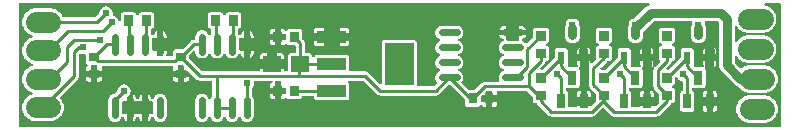
<source format=gtl>
G04 Layer: TopLayer*
G04 EasyEDA v6.4.25, 2021-12-21T01:05:14+01:00*
G04 e653898a74aa4a6681cb2481073f5018,cb21f8ab935b4f3d81094f1c1df1cea3,10*
G04 Gerber Generator version 0.2*
G04 Scale: 100 percent, Rotated: No, Reflected: No *
G04 Dimensions in millimeters *
G04 leading zeros omitted , absolute positions ,4 integer and 5 decimal *
%FSLAX45Y45*%
%MOMM*%

%ADD10C,0.2540*%
%ADD11C,0.8000*%
%ADD12C,1.8000*%
%ADD13C,0.6300*%
%ADD14C,0.6110*%
%ADD15R,1.5000X1.3589*%
%ADD18R,0.9000X0.8000*%
%ADD19R,0.8000X0.9000*%
%ADD20R,0.6000X1.0700*%
%ADD21R,0.7000X1.2500*%
%ADD23R,0.8640X0.8065*%

%LPD*%
G36*
X36068Y25908D02*
G01*
X32156Y26670D01*
X28905Y28905D01*
X26670Y32156D01*
X25908Y36068D01*
X25908Y1063955D01*
X26670Y1067816D01*
X28905Y1071118D01*
X32156Y1073302D01*
X36068Y1074115D01*
X5356199Y1074115D01*
X5360314Y1073251D01*
X5363718Y1070762D01*
X5365851Y1067155D01*
X5366308Y1063040D01*
X5365089Y1059027D01*
X5362346Y1055827D01*
X5358587Y1054049D01*
X5355234Y1053236D01*
X5345684Y1049274D01*
X5336895Y1043889D01*
X5328716Y1036929D01*
X5234279Y942492D01*
X5231028Y940308D01*
X5227116Y939546D01*
X5215686Y939546D01*
X5209336Y938834D01*
X5203901Y936904D01*
X5198973Y933805D01*
X5194909Y929741D01*
X5191810Y924814D01*
X5189931Y919378D01*
X5189220Y913028D01*
X5189220Y897432D01*
X5188813Y894638D01*
X5186426Y890016D01*
X5182463Y880465D01*
X5180025Y870407D01*
X5179212Y859688D01*
X5179212Y800506D01*
X5180025Y789787D01*
X5182463Y779729D01*
X5186426Y770178D01*
X5191810Y761390D01*
X5198516Y753516D01*
X5206390Y746810D01*
X5215178Y741426D01*
X5224729Y737463D01*
X5234787Y735025D01*
X5245100Y734212D01*
X5255412Y735025D01*
X5265470Y737463D01*
X5275021Y741426D01*
X5283809Y746810D01*
X5291683Y753516D01*
X5298389Y761390D01*
X5303774Y770178D01*
X5307736Y779729D01*
X5310174Y789787D01*
X5310987Y800506D01*
X5310987Y828598D01*
X5311800Y832459D01*
X5313984Y835761D01*
X5399938Y921715D01*
X5403240Y923899D01*
X5407101Y924712D01*
X5712561Y924712D01*
X5716676Y923798D01*
X5720130Y921308D01*
X5722213Y917600D01*
X5722620Y913028D01*
X5722620Y897432D01*
X5722213Y894638D01*
X5719826Y890016D01*
X5715863Y880465D01*
X5713425Y870407D01*
X5712612Y859688D01*
X5712612Y800506D01*
X5713425Y789787D01*
X5715863Y779729D01*
X5719826Y770178D01*
X5725210Y761390D01*
X5731916Y753516D01*
X5739790Y746810D01*
X5748578Y741426D01*
X5758129Y737463D01*
X5768187Y735025D01*
X5778500Y734212D01*
X5788812Y735025D01*
X5798870Y737463D01*
X5808421Y741426D01*
X5817209Y746810D01*
X5825083Y753516D01*
X5831789Y761390D01*
X5837174Y770178D01*
X5841136Y779729D01*
X5843574Y789787D01*
X5844387Y800506D01*
X5844387Y859688D01*
X5843574Y870407D01*
X5841136Y880465D01*
X5837174Y890016D01*
X5834786Y894638D01*
X5834430Y897432D01*
X5834380Y913384D01*
X5834786Y917600D01*
X5836869Y921308D01*
X5840323Y923798D01*
X5844489Y924712D01*
X5937504Y924712D01*
X5941364Y923899D01*
X5944666Y921715D01*
X5950915Y915466D01*
X5953099Y912164D01*
X5953912Y908303D01*
X5953912Y546506D01*
X5954725Y535787D01*
X5957163Y525729D01*
X5961126Y516178D01*
X5966510Y507390D01*
X5973470Y499211D01*
X6087211Y385470D01*
X6095390Y378510D01*
X6104178Y373126D01*
X6114745Y368808D01*
X6117183Y367385D01*
X6119114Y365353D01*
X6124498Y357936D01*
X6134455Y347319D01*
X6145682Y338023D01*
X6157976Y330250D01*
X6171133Y324053D01*
X6185001Y319532D01*
X6199276Y316839D01*
X6214110Y315874D01*
X6333490Y315874D01*
X6348323Y316839D01*
X6362598Y319532D01*
X6376466Y324053D01*
X6389624Y330250D01*
X6401917Y338023D01*
X6413144Y347319D01*
X6423101Y357936D01*
X6431635Y369722D01*
X6438646Y382473D01*
X6444030Y395986D01*
X6447637Y410108D01*
X6449466Y424535D01*
X6449466Y439064D01*
X6447637Y453491D01*
X6444030Y467614D01*
X6438646Y481126D01*
X6431635Y493877D01*
X6423101Y505663D01*
X6413144Y516280D01*
X6401917Y525576D01*
X6389624Y533349D01*
X6376466Y539546D01*
X6362598Y544068D01*
X6348323Y546760D01*
X6333490Y547725D01*
X6214110Y547725D01*
X6199276Y546760D01*
X6185001Y544068D01*
X6171133Y539546D01*
X6157976Y533349D01*
X6145123Y525221D01*
X6141974Y523900D01*
X6138570Y523697D01*
X6135319Y524611D01*
X6132525Y526592D01*
X6088684Y570433D01*
X6086500Y573735D01*
X6085687Y577596D01*
X6085687Y616559D01*
X6086602Y620725D01*
X6089091Y624128D01*
X6092748Y626262D01*
X6096914Y626668D01*
X6100927Y625398D01*
X6104077Y622554D01*
X6111798Y611936D01*
X6121755Y601319D01*
X6132982Y592023D01*
X6145276Y584250D01*
X6158433Y578053D01*
X6172301Y573532D01*
X6186576Y570839D01*
X6201410Y569874D01*
X6320790Y569874D01*
X6335623Y570839D01*
X6349898Y573532D01*
X6363766Y578053D01*
X6376924Y584250D01*
X6389217Y592023D01*
X6400444Y601319D01*
X6410401Y611936D01*
X6418935Y623722D01*
X6425946Y636473D01*
X6431330Y649986D01*
X6434937Y664108D01*
X6436766Y678535D01*
X6436766Y693064D01*
X6434937Y707491D01*
X6431330Y721614D01*
X6425946Y735126D01*
X6418935Y747877D01*
X6410401Y759663D01*
X6400444Y770280D01*
X6389217Y779576D01*
X6376924Y787349D01*
X6363766Y793546D01*
X6349898Y798068D01*
X6335623Y800760D01*
X6320790Y801725D01*
X6201410Y801725D01*
X6186576Y800760D01*
X6172301Y798068D01*
X6158433Y793546D01*
X6145276Y787349D01*
X6132982Y779576D01*
X6121755Y770280D01*
X6111798Y759663D01*
X6104077Y749046D01*
X6100927Y746201D01*
X6096914Y744931D01*
X6092748Y745337D01*
X6089091Y747471D01*
X6086602Y750874D01*
X6085687Y755040D01*
X6085687Y870559D01*
X6086602Y874725D01*
X6089091Y878128D01*
X6092748Y880262D01*
X6096914Y880668D01*
X6100927Y879398D01*
X6104077Y876553D01*
X6111798Y865936D01*
X6121755Y855319D01*
X6132982Y846023D01*
X6145276Y838250D01*
X6158433Y832053D01*
X6172301Y827532D01*
X6186576Y824839D01*
X6201410Y823874D01*
X6320790Y823874D01*
X6335623Y824839D01*
X6349898Y827532D01*
X6363766Y832053D01*
X6376924Y838250D01*
X6389217Y846023D01*
X6400444Y855319D01*
X6410401Y865936D01*
X6418935Y877722D01*
X6425946Y890473D01*
X6431330Y903986D01*
X6434937Y918108D01*
X6436766Y932535D01*
X6436766Y947064D01*
X6434937Y961491D01*
X6431330Y975614D01*
X6425946Y989126D01*
X6418935Y1001877D01*
X6410401Y1013663D01*
X6400444Y1024280D01*
X6389217Y1033576D01*
X6376924Y1041349D01*
X6363766Y1047546D01*
X6349898Y1052068D01*
X6339941Y1053947D01*
X6336030Y1055624D01*
X6333134Y1058722D01*
X6331762Y1062736D01*
X6332169Y1067003D01*
X6334252Y1070660D01*
X6337655Y1073200D01*
X6341821Y1074115D01*
X6463944Y1074115D01*
X6467805Y1073302D01*
X6471107Y1071118D01*
X6473342Y1067816D01*
X6474104Y1063955D01*
X6474104Y36068D01*
X6473342Y32156D01*
X6471107Y28905D01*
X6467805Y26670D01*
X6463944Y25908D01*
G37*

%LPC*%
G36*
X6214110Y61874D02*
G01*
X6333490Y61874D01*
X6348323Y62839D01*
X6362598Y65532D01*
X6376466Y70053D01*
X6389624Y76250D01*
X6401917Y84023D01*
X6413144Y93319D01*
X6423101Y103936D01*
X6431635Y115722D01*
X6438646Y128473D01*
X6444030Y141986D01*
X6447637Y156108D01*
X6449466Y170535D01*
X6449466Y185064D01*
X6447637Y199491D01*
X6444030Y213614D01*
X6438646Y227126D01*
X6431635Y239877D01*
X6423101Y251663D01*
X6413144Y262280D01*
X6401917Y271576D01*
X6389624Y279349D01*
X6376466Y285546D01*
X6362598Y290068D01*
X6348323Y292760D01*
X6333490Y293725D01*
X6214110Y293725D01*
X6199276Y292760D01*
X6185001Y290068D01*
X6171133Y285546D01*
X6157976Y279349D01*
X6145682Y271576D01*
X6134455Y262280D01*
X6124498Y251663D01*
X6115964Y239877D01*
X6108954Y227126D01*
X6103569Y213614D01*
X6099962Y199491D01*
X6098133Y185064D01*
X6098133Y170535D01*
X6099962Y156108D01*
X6103569Y141986D01*
X6108954Y128473D01*
X6115964Y115722D01*
X6124498Y103936D01*
X6134455Y93319D01*
X6145682Y84023D01*
X6157976Y76250D01*
X6171133Y70053D01*
X6185001Y65532D01*
X6199276Y62839D01*
G37*
G36*
X1214475Y70002D02*
G01*
X1223924Y70002D01*
X1233271Y71577D01*
X1242263Y74676D01*
X1250594Y79146D01*
X1258062Y84988D01*
X1264462Y91948D01*
X1269644Y99872D01*
X1273454Y108559D01*
X1275791Y117754D01*
X1276604Y127609D01*
X1276604Y250291D01*
X1275791Y260146D01*
X1273454Y269341D01*
X1269644Y278028D01*
X1264462Y285953D01*
X1258062Y292912D01*
X1250594Y298754D01*
X1242263Y303225D01*
X1233271Y306324D01*
X1223924Y307898D01*
X1214475Y307898D01*
X1205128Y306324D01*
X1196136Y303225D01*
X1187805Y298754D01*
X1180338Y292912D01*
X1173937Y285953D01*
X1168755Y278028D01*
X1164996Y269494D01*
X1162761Y266293D01*
X1159510Y264160D01*
X1155700Y263398D01*
X1151890Y264160D01*
X1148638Y266293D01*
X1146403Y269494D01*
X1142644Y278028D01*
X1137462Y285953D01*
X1131062Y292912D01*
X1123594Y298754D01*
X1115263Y303225D01*
X1114298Y303580D01*
X1114298Y241909D01*
X1151636Y241909D01*
X1155496Y241147D01*
X1158798Y238963D01*
X1161034Y235661D01*
X1161796Y231749D01*
X1161796Y146151D01*
X1161034Y142240D01*
X1158798Y138938D01*
X1155496Y136753D01*
X1151636Y135991D01*
X1114298Y135991D01*
X1114298Y74320D01*
X1115263Y74676D01*
X1123594Y79146D01*
X1131062Y84988D01*
X1137462Y91948D01*
X1142644Y99872D01*
X1146403Y108407D01*
X1148638Y111607D01*
X1151890Y113741D01*
X1155700Y114503D01*
X1159510Y113741D01*
X1162761Y111607D01*
X1164996Y108407D01*
X1168755Y99872D01*
X1173937Y91948D01*
X1180338Y84988D01*
X1187805Y79146D01*
X1196136Y74676D01*
X1205128Y71577D01*
G37*
G36*
X833475Y70002D02*
G01*
X842924Y70002D01*
X852271Y71577D01*
X861263Y74676D01*
X869594Y79146D01*
X877062Y84988D01*
X883462Y91948D01*
X888644Y99872D01*
X892403Y108407D01*
X894638Y111607D01*
X897890Y113741D01*
X901700Y114503D01*
X905510Y113741D01*
X908761Y111607D01*
X910996Y108407D01*
X914755Y99872D01*
X919937Y91948D01*
X926337Y84988D01*
X933805Y79146D01*
X942136Y74676D01*
X943102Y74320D01*
X943102Y135991D01*
X905764Y135991D01*
X901903Y136753D01*
X898601Y138938D01*
X896366Y142240D01*
X895603Y146151D01*
X895603Y231749D01*
X896366Y235661D01*
X898601Y238963D01*
X901903Y241147D01*
X905764Y241909D01*
X943102Y241909D01*
X943102Y276402D01*
X943610Y279603D01*
X945134Y282448D01*
X947419Y284734D01*
X950671Y286969D01*
X957630Y293928D01*
X963218Y301955D01*
X967892Y312166D01*
X969416Y315010D01*
X970838Y330200D01*
X969975Y340004D01*
X967435Y349504D01*
X963269Y358394D01*
X957630Y366471D01*
X950671Y373430D01*
X942594Y379069D01*
X933703Y383235D01*
X924204Y385775D01*
X914400Y386638D01*
X904595Y385775D01*
X895096Y383235D01*
X886206Y379069D01*
X878128Y373430D01*
X871169Y366471D01*
X865530Y358394D01*
X861364Y349504D01*
X858824Y340004D01*
X858113Y331876D01*
X857199Y328472D01*
X855167Y325577D01*
X840435Y310845D01*
X837895Y308965D01*
X834847Y308000D01*
X824077Y306324D01*
X815136Y303225D01*
X806805Y298754D01*
X799338Y292912D01*
X792937Y285953D01*
X787755Y278028D01*
X783945Y269341D01*
X781608Y260146D01*
X780796Y250291D01*
X780796Y127609D01*
X781608Y117754D01*
X783945Y108559D01*
X787755Y99872D01*
X792937Y91948D01*
X799338Y84988D01*
X806805Y79146D01*
X815136Y74676D01*
X824128Y71577D01*
G37*
G36*
X1570075Y70002D02*
G01*
X1579524Y70002D01*
X1588871Y71577D01*
X1597863Y74676D01*
X1606194Y79146D01*
X1613662Y84988D01*
X1620062Y91948D01*
X1625244Y99872D01*
X1629003Y108407D01*
X1631238Y111607D01*
X1634489Y113741D01*
X1638300Y114503D01*
X1642110Y113741D01*
X1645361Y111607D01*
X1647596Y108407D01*
X1651355Y99872D01*
X1656537Y91948D01*
X1662938Y84988D01*
X1670405Y79146D01*
X1678736Y74676D01*
X1687728Y71577D01*
X1697075Y70002D01*
X1706524Y70002D01*
X1715871Y71577D01*
X1724863Y74676D01*
X1733194Y79146D01*
X1740662Y84988D01*
X1747062Y91948D01*
X1752244Y99872D01*
X1756003Y108407D01*
X1758238Y111607D01*
X1761489Y113741D01*
X1765300Y114503D01*
X1769110Y113741D01*
X1772361Y111607D01*
X1774596Y108407D01*
X1778355Y99872D01*
X1783537Y91948D01*
X1789938Y84988D01*
X1797405Y79146D01*
X1805736Y74676D01*
X1814728Y71577D01*
X1824075Y70002D01*
X1833524Y70002D01*
X1842871Y71577D01*
X1851863Y74676D01*
X1860194Y79146D01*
X1867662Y84988D01*
X1874062Y91948D01*
X1879244Y99872D01*
X1883003Y108407D01*
X1885238Y111607D01*
X1888489Y113741D01*
X1892300Y114503D01*
X1896110Y113741D01*
X1899361Y111607D01*
X1901596Y108407D01*
X1905355Y99872D01*
X1910537Y91948D01*
X1916938Y84988D01*
X1924405Y79146D01*
X1932736Y74676D01*
X1941728Y71577D01*
X1951075Y70002D01*
X1960524Y70002D01*
X1969871Y71577D01*
X1978863Y74676D01*
X1987194Y79146D01*
X1994662Y84988D01*
X2001062Y91948D01*
X2006244Y99872D01*
X2010054Y108559D01*
X2012391Y117754D01*
X2013204Y127609D01*
X2013204Y250291D01*
X2012391Y260146D01*
X2010054Y269341D01*
X2006244Y278028D01*
X2001062Y285953D01*
X1997100Y290271D01*
X1995119Y293471D01*
X1994407Y297129D01*
X1994407Y348589D01*
X1995170Y352501D01*
X1997405Y355803D01*
X1999030Y357428D01*
X2004669Y365506D01*
X2008835Y374396D01*
X2011375Y383895D01*
X2012238Y393700D01*
X2011375Y403504D01*
X2010765Y405790D01*
X2010460Y409498D01*
X2011527Y413054D01*
X2013762Y416001D01*
X2016912Y417931D01*
X2020570Y418592D01*
X2162454Y418592D01*
X2166416Y417779D01*
X2169769Y415493D01*
X2171954Y412089D01*
X2172614Y408127D01*
X2171700Y404164D01*
X2169312Y400913D01*
X2164791Y398475D01*
X2159914Y395427D01*
X2155799Y391312D01*
X2152700Y386435D01*
X2150821Y380949D01*
X2150110Y374650D01*
X2150110Y359054D01*
X2189683Y359054D01*
X2189683Y408432D01*
X2190445Y412343D01*
X2192629Y415594D01*
X2195931Y417830D01*
X2199843Y418592D01*
X2232202Y418592D01*
X2236063Y417830D01*
X2239365Y415594D01*
X2241600Y412343D01*
X2242362Y408432D01*
X2242362Y359054D01*
X2279904Y359054D01*
X2283815Y358292D01*
X2287117Y356057D01*
X2289302Y352755D01*
X2290064Y348894D01*
X2290064Y311505D01*
X2289302Y307644D01*
X2287117Y304342D01*
X2283815Y302107D01*
X2279904Y301345D01*
X2242362Y301345D01*
X2242362Y259283D01*
X2255418Y259283D01*
X2261768Y259994D01*
X2267204Y261924D01*
X2272131Y264972D01*
X2276195Y269087D01*
X2277414Y270967D01*
X2280208Y273913D01*
X2283968Y275539D01*
X2288032Y275539D01*
X2291791Y273913D01*
X2294585Y270967D01*
X2295804Y269087D01*
X2299868Y264972D01*
X2304796Y261924D01*
X2310231Y259994D01*
X2316581Y259283D01*
X2395423Y259283D01*
X2401722Y259994D01*
X2407208Y261924D01*
X2412085Y264972D01*
X2416200Y269087D01*
X2419299Y273964D01*
X2421178Y279450D01*
X2421483Y282244D01*
X2422601Y285800D01*
X2424836Y288696D01*
X2427986Y290626D01*
X2431643Y291287D01*
X2514092Y290982D01*
X2517952Y290169D01*
X2521254Y287985D01*
X2523439Y284683D01*
X2524201Y280822D01*
X2524201Y276860D01*
X2524912Y270560D01*
X2526792Y265074D01*
X2529890Y260197D01*
X2534005Y256082D01*
X2538882Y253034D01*
X2544368Y251104D01*
X2550668Y250393D01*
X2796032Y250393D01*
X2802331Y251104D01*
X2807817Y253034D01*
X2812694Y256082D01*
X2816809Y260197D01*
X2819908Y265074D01*
X2821787Y270560D01*
X2822498Y276860D01*
X2822498Y380746D01*
X2821787Y387045D01*
X2819908Y392531D01*
X2816809Y397408D01*
X2812948Y401269D01*
X2810764Y404520D01*
X2810002Y408432D01*
X2810764Y412343D01*
X2812948Y415594D01*
X2816250Y417830D01*
X2820162Y418592D01*
X2938881Y418592D01*
X2942793Y417830D01*
X2946095Y415594D01*
X3058464Y303276D01*
X3064662Y298145D01*
X3071368Y294589D01*
X3078581Y292404D01*
X3086608Y291592D01*
X3553968Y291592D01*
X3561994Y292404D01*
X3569208Y294589D01*
X3575862Y298145D01*
X3582111Y303276D01*
X3661562Y382727D01*
X3664864Y384911D01*
X3668776Y385673D01*
X3672636Y384911D01*
X3675938Y382727D01*
X3798112Y260502D01*
X3800348Y257251D01*
X3801110Y253339D01*
X3801110Y222250D01*
X3801821Y215950D01*
X3803700Y210464D01*
X3806799Y205587D01*
X3810914Y201472D01*
X3815791Y198424D01*
X3821277Y196494D01*
X3827576Y195783D01*
X3906418Y195783D01*
X3912768Y196494D01*
X3918204Y198424D01*
X3923131Y201472D01*
X3927195Y205587D01*
X3928414Y207467D01*
X3931208Y210413D01*
X3934968Y212039D01*
X3939032Y212039D01*
X3942791Y210413D01*
X3945585Y207467D01*
X3946804Y205587D01*
X3950868Y201472D01*
X3955796Y198424D01*
X3961231Y196494D01*
X3967581Y195783D01*
X3980637Y195783D01*
X3980637Y237845D01*
X3943096Y237845D01*
X3939184Y238607D01*
X3935882Y240842D01*
X3933698Y244144D01*
X3932936Y248005D01*
X3932936Y273812D01*
X3933698Y277723D01*
X3935882Y280974D01*
X3947464Y292557D01*
X3950766Y294792D01*
X3954678Y295554D01*
X3980637Y295554D01*
X3980637Y319532D01*
X3981399Y323443D01*
X3983634Y326694D01*
X3986936Y328930D01*
X3990797Y329692D01*
X4023156Y329692D01*
X4027068Y328930D01*
X4030370Y326694D01*
X4032554Y323443D01*
X4033316Y319532D01*
X4033316Y295554D01*
X4072890Y295554D01*
X4072890Y311150D01*
X4072077Y318414D01*
X4072483Y322630D01*
X4074617Y326288D01*
X4078020Y328828D01*
X4082186Y329692D01*
X4323181Y329692D01*
X4327093Y328930D01*
X4330395Y326694D01*
X4372914Y284175D01*
X4375099Y280873D01*
X4375912Y277012D01*
X4375912Y253238D01*
X4376623Y246888D01*
X4378502Y241452D01*
X4381601Y236524D01*
X4385665Y232460D01*
X4390593Y229362D01*
X4395978Y227482D01*
X4404156Y226720D01*
X4407357Y225856D01*
X4410100Y224028D01*
X4412945Y219862D01*
X4418076Y213664D01*
X4506264Y125476D01*
X4512462Y120345D01*
X4519168Y116789D01*
X4526381Y114604D01*
X4534408Y113792D01*
X4876292Y113792D01*
X4884318Y114604D01*
X4891532Y116789D01*
X4898237Y120345D01*
X4904435Y125476D01*
X4964430Y185420D01*
X4967732Y187604D01*
X4971592Y188417D01*
X4975504Y187604D01*
X4978806Y185420D01*
X5038750Y125476D01*
X5044998Y120345D01*
X5051653Y116789D01*
X5058918Y114604D01*
X5066893Y113792D01*
X5422392Y113792D01*
X5430418Y114604D01*
X5437632Y116789D01*
X5444337Y120345D01*
X5450535Y125476D01*
X5538724Y213664D01*
X5543854Y219862D01*
X5546699Y224028D01*
X5549442Y225856D01*
X5552643Y226720D01*
X5560822Y227482D01*
X5566206Y229362D01*
X5571134Y232460D01*
X5575198Y236524D01*
X5578297Y241452D01*
X5580176Y246888D01*
X5580888Y253238D01*
X5580888Y332740D01*
X5580176Y339039D01*
X5578297Y344525D01*
X5575198Y349402D01*
X5571134Y353517D01*
X5566206Y356616D01*
X5560161Y358698D01*
X5556605Y360883D01*
X5554167Y364236D01*
X5553354Y368300D01*
X5554167Y372364D01*
X5556605Y375767D01*
X5560161Y377901D01*
X5566206Y380034D01*
X5571134Y383082D01*
X5575198Y387197D01*
X5578297Y392074D01*
X5580176Y397560D01*
X5580888Y403860D01*
X5580888Y442468D01*
X5581650Y446278D01*
X5583783Y449529D01*
X5586984Y451764D01*
X5590794Y452628D01*
X5594654Y451967D01*
X5597956Y449884D01*
X5600293Y446735D01*
X5602630Y441706D01*
X5608269Y433628D01*
X5615228Y426669D01*
X5623306Y421030D01*
X5632196Y416864D01*
X5637377Y415493D01*
X5641289Y413461D01*
X5643930Y409956D01*
X5644896Y405688D01*
X5644896Y338582D01*
X5644032Y334518D01*
X5641644Y331114D01*
X5637276Y328676D01*
X5632399Y325628D01*
X5628284Y321513D01*
X5625236Y316636D01*
X5623306Y311150D01*
X5622594Y304850D01*
X5622594Y181000D01*
X5623306Y174650D01*
X5625236Y169214D01*
X5628284Y164287D01*
X5632399Y160223D01*
X5637276Y157124D01*
X5642762Y155194D01*
X5649061Y154482D01*
X5717946Y154482D01*
X5724245Y155194D01*
X5729732Y157124D01*
X5734608Y160223D01*
X5738723Y164287D01*
X5741771Y169214D01*
X5743702Y174650D01*
X5744413Y181000D01*
X5744413Y304850D01*
X5743702Y311150D01*
X5741771Y316636D01*
X5738723Y321513D01*
X5734608Y325628D01*
X5725363Y331114D01*
X5722975Y334518D01*
X5722112Y338582D01*
X5722112Y346354D01*
X5722823Y350164D01*
X5724906Y353364D01*
X5728055Y355600D01*
X5731814Y356514D01*
X5735624Y355955D01*
X5737758Y355193D01*
X5744057Y354482D01*
X5812942Y354482D01*
X5819241Y355193D01*
X5824728Y357124D01*
X5829604Y360172D01*
X5833719Y364286D01*
X5836767Y369163D01*
X5838698Y374650D01*
X5839409Y380949D01*
X5839409Y504850D01*
X5838698Y511149D01*
X5836767Y516635D01*
X5835802Y518159D01*
X5834380Y522173D01*
X5834684Y526491D01*
X5836767Y530250D01*
X5840222Y532790D01*
X5844438Y533704D01*
X5852160Y533704D01*
X5852160Y580034D01*
X5817616Y580034D01*
X5817616Y560171D01*
X5818327Y553872D01*
X5820206Y548386D01*
X5821172Y546862D01*
X5822645Y542848D01*
X5822289Y538530D01*
X5820206Y534771D01*
X5816803Y532231D01*
X5812586Y531317D01*
X5748883Y531317D01*
X5745022Y532079D01*
X5741720Y534263D01*
X5738926Y537057D01*
X5736793Y540207D01*
X5735929Y543864D01*
X5736488Y547624D01*
X5738672Y553872D01*
X5739434Y560171D01*
X5739434Y666038D01*
X5738672Y672388D01*
X5736793Y677824D01*
X5733694Y682752D01*
X5729630Y686816D01*
X5724702Y689914D01*
X5719267Y691794D01*
X5712917Y692505D01*
X5654090Y692505D01*
X5647740Y691794D01*
X5642305Y689914D01*
X5637377Y686816D01*
X5633313Y682752D01*
X5630214Y677824D01*
X5628284Y672388D01*
X5627573Y666038D01*
X5627573Y616458D01*
X5626811Y612546D01*
X5624576Y609244D01*
X5526836Y512775D01*
X5523534Y510641D01*
X5519674Y509879D01*
X5516575Y509879D01*
X5512714Y510641D01*
X5509412Y512826D01*
X5507228Y516128D01*
X5506415Y520039D01*
X5507228Y523900D01*
X5509412Y527202D01*
X5538724Y556564D01*
X5543854Y562762D01*
X5547410Y569468D01*
X5549290Y575614D01*
X5551119Y579069D01*
X5554116Y581558D01*
X5557875Y582726D01*
X5560771Y583082D01*
X5566206Y584962D01*
X5571134Y588060D01*
X5575198Y592124D01*
X5578297Y597052D01*
X5580176Y602488D01*
X5580888Y608838D01*
X5580888Y688340D01*
X5580176Y694639D01*
X5578297Y700125D01*
X5575198Y705002D01*
X5571134Y709117D01*
X5566206Y712216D01*
X5560161Y714298D01*
X5556605Y716483D01*
X5554167Y719836D01*
X5553354Y723900D01*
X5554167Y727964D01*
X5556605Y731367D01*
X5560161Y733501D01*
X5566206Y735634D01*
X5571134Y738682D01*
X5575198Y742797D01*
X5578297Y747674D01*
X5580176Y753160D01*
X5580888Y759460D01*
X5580888Y838962D01*
X5580176Y845312D01*
X5578297Y850747D01*
X5575198Y855675D01*
X5571134Y859739D01*
X5566206Y862837D01*
X5560771Y864768D01*
X5554421Y865479D01*
X5469178Y865479D01*
X5462828Y864768D01*
X5457393Y862837D01*
X5452465Y859739D01*
X5448401Y855675D01*
X5445302Y850747D01*
X5443423Y845312D01*
X5442712Y838962D01*
X5442712Y759460D01*
X5443423Y753160D01*
X5445302Y747674D01*
X5448401Y742797D01*
X5452465Y738682D01*
X5457393Y735634D01*
X5463489Y733501D01*
X5466994Y731367D01*
X5469432Y727964D01*
X5470245Y723900D01*
X5469432Y719836D01*
X5466994Y716483D01*
X5463489Y714298D01*
X5457393Y712216D01*
X5452465Y709117D01*
X5448401Y705002D01*
X5445302Y700125D01*
X5443423Y694639D01*
X5442712Y688340D01*
X5442712Y608838D01*
X5443423Y602488D01*
X5445302Y597052D01*
X5448401Y592124D01*
X5449570Y590956D01*
X5451805Y587654D01*
X5452567Y583793D01*
X5451805Y579882D01*
X5449570Y576580D01*
X5409793Y536803D01*
X5406542Y534619D01*
X5403494Y533958D01*
X5403799Y531622D01*
X5402630Y527710D01*
X5399989Y522732D01*
X5397804Y515518D01*
X5396992Y507492D01*
X5396992Y369671D01*
X5397804Y361645D01*
X5399989Y354431D01*
X5403545Y347776D01*
X5408676Y341528D01*
X5439714Y310489D01*
X5441899Y307187D01*
X5442712Y303276D01*
X5442712Y253238D01*
X5443423Y246888D01*
X5446928Y237794D01*
X5447131Y234391D01*
X5446217Y231089D01*
X5444236Y228346D01*
X5418378Y202438D01*
X5415127Y200304D01*
X5411368Y199491D01*
X5407558Y200152D01*
X5404256Y202184D01*
X5401970Y205333D01*
X5363972Y205333D01*
X5363972Y201168D01*
X5363159Y197256D01*
X5360974Y194005D01*
X5357672Y191770D01*
X5353812Y191008D01*
X5326430Y191008D01*
X5322519Y191770D01*
X5319217Y194005D01*
X5317032Y197256D01*
X5316270Y201168D01*
X5316270Y205333D01*
X5279186Y205333D01*
X5279186Y201168D01*
X5278424Y197256D01*
X5276240Y194005D01*
X5272938Y191770D01*
X5269026Y191008D01*
X5221173Y191008D01*
X5217261Y191770D01*
X5214010Y194005D01*
X5211775Y197256D01*
X5211013Y201168D01*
X5211013Y304850D01*
X5210302Y311150D01*
X5208371Y316636D01*
X5205323Y321513D01*
X5201208Y325628D01*
X5191963Y331114D01*
X5189575Y334518D01*
X5188712Y338582D01*
X5188712Y346354D01*
X5189423Y350164D01*
X5191506Y353364D01*
X5194655Y355600D01*
X5198414Y356514D01*
X5202224Y355955D01*
X5204358Y355193D01*
X5210657Y354482D01*
X5279542Y354482D01*
X5285841Y355193D01*
X5291328Y357124D01*
X5296204Y360172D01*
X5300319Y364286D01*
X5303367Y369163D01*
X5305298Y374650D01*
X5306009Y380949D01*
X5306009Y504850D01*
X5305298Y511149D01*
X5303367Y516635D01*
X5302402Y518159D01*
X5300980Y522173D01*
X5301284Y526491D01*
X5303367Y530250D01*
X5306822Y532790D01*
X5311038Y533704D01*
X5318760Y533704D01*
X5318760Y580034D01*
X5284216Y580034D01*
X5284216Y560171D01*
X5284927Y553872D01*
X5286806Y548386D01*
X5287772Y546862D01*
X5289245Y542848D01*
X5288889Y538530D01*
X5286806Y534771D01*
X5283403Y532231D01*
X5279186Y531317D01*
X5215483Y531317D01*
X5211622Y532079D01*
X5208320Y534263D01*
X5205526Y537057D01*
X5203393Y540207D01*
X5202529Y543864D01*
X5203088Y547624D01*
X5205272Y553872D01*
X5206034Y560171D01*
X5206034Y666038D01*
X5205272Y672388D01*
X5203393Y677824D01*
X5200294Y682752D01*
X5196230Y686816D01*
X5191302Y689914D01*
X5185867Y691794D01*
X5179517Y692505D01*
X5120690Y692505D01*
X5114340Y691794D01*
X5108905Y689914D01*
X5103977Y686816D01*
X5099913Y682752D01*
X5096814Y677824D01*
X5094884Y672388D01*
X5094173Y666038D01*
X5094173Y616458D01*
X5093411Y612546D01*
X5091176Y609244D01*
X4993436Y512775D01*
X4990134Y510641D01*
X4986274Y509879D01*
X4957775Y509879D01*
X4953914Y510641D01*
X4950612Y512826D01*
X4948428Y516128D01*
X4947615Y520039D01*
X4948428Y523900D01*
X4950612Y527202D01*
X5002784Y579374D01*
X5006086Y581558D01*
X5009946Y582371D01*
X5021021Y582371D01*
X5027371Y583082D01*
X5032806Y584962D01*
X5037734Y588060D01*
X5041798Y592124D01*
X5044897Y597052D01*
X5046776Y602488D01*
X5047488Y608838D01*
X5047488Y688340D01*
X5046776Y694639D01*
X5044897Y700125D01*
X5041798Y705002D01*
X5037734Y709117D01*
X5032806Y712216D01*
X5026761Y714298D01*
X5023205Y716483D01*
X5020767Y719836D01*
X5019954Y723900D01*
X5020767Y727964D01*
X5023205Y731367D01*
X5026761Y733501D01*
X5032806Y735634D01*
X5037734Y738682D01*
X5041798Y742797D01*
X5044897Y747674D01*
X5046776Y753160D01*
X5047488Y759460D01*
X5047488Y838962D01*
X5046776Y845312D01*
X5044897Y850747D01*
X5041798Y855675D01*
X5037734Y859739D01*
X5032806Y862837D01*
X5027371Y864768D01*
X5021021Y865479D01*
X4935778Y865479D01*
X4929428Y864768D01*
X4923993Y862837D01*
X4919065Y859739D01*
X4915001Y855675D01*
X4911902Y850747D01*
X4910023Y845312D01*
X4909312Y838962D01*
X4909312Y759460D01*
X4910023Y753160D01*
X4911902Y747674D01*
X4915001Y742797D01*
X4919065Y738682D01*
X4923993Y735634D01*
X4930089Y733501D01*
X4933594Y731367D01*
X4936032Y727964D01*
X4936845Y723900D01*
X4936032Y719836D01*
X4933594Y716483D01*
X4930089Y714298D01*
X4923993Y712216D01*
X4919065Y709117D01*
X4915001Y705002D01*
X4911902Y700125D01*
X4910023Y694639D01*
X4909312Y688340D01*
X4909312Y608838D01*
X4910124Y601370D01*
X4910023Y598322D01*
X4909007Y595477D01*
X4907229Y593039D01*
X4879949Y565759D01*
X4876647Y563575D01*
X4872786Y562813D01*
X4868875Y563575D01*
X4865573Y565759D01*
X4863388Y569061D01*
X4862626Y572973D01*
X4862626Y580034D01*
X4828032Y580034D01*
X4828032Y533704D01*
X4836109Y533704D01*
X4839919Y534162D01*
X4844389Y533654D01*
X4848199Y531266D01*
X4850638Y527507D01*
X4851196Y523036D01*
X4850892Y520192D01*
X4850892Y382371D01*
X4851704Y374345D01*
X4853889Y367131D01*
X4857445Y360476D01*
X4862576Y354228D01*
X4906314Y310489D01*
X4908499Y307187D01*
X4909312Y303276D01*
X4909312Y253238D01*
X4910124Y245770D01*
X4910023Y242722D01*
X4909007Y239877D01*
X4907229Y237439D01*
X4878070Y208279D01*
X4874768Y206095D01*
X4870907Y205282D01*
X4830572Y205282D01*
X4830572Y201168D01*
X4829759Y197256D01*
X4827574Y194005D01*
X4824272Y191770D01*
X4820412Y191008D01*
X4793030Y191008D01*
X4789119Y191770D01*
X4785817Y194005D01*
X4783632Y197256D01*
X4782870Y201168D01*
X4782870Y205282D01*
X4745786Y205282D01*
X4745786Y201168D01*
X4745024Y197256D01*
X4742840Y194005D01*
X4739538Y191770D01*
X4735626Y191008D01*
X4687773Y191008D01*
X4683861Y191770D01*
X4680559Y194005D01*
X4678375Y197256D01*
X4677613Y201168D01*
X4677613Y304850D01*
X4676902Y311150D01*
X4674971Y316636D01*
X4671923Y321513D01*
X4667808Y325628D01*
X4658563Y331114D01*
X4656175Y334518D01*
X4655312Y338582D01*
X4655312Y346354D01*
X4656023Y350113D01*
X4658106Y353364D01*
X4661255Y355600D01*
X4665014Y356514D01*
X4668824Y355955D01*
X4670958Y355193D01*
X4677257Y354482D01*
X4746142Y354482D01*
X4752441Y355193D01*
X4757928Y357124D01*
X4762804Y360172D01*
X4766919Y364286D01*
X4769967Y369163D01*
X4771898Y374650D01*
X4772609Y380949D01*
X4772609Y504799D01*
X4771898Y511149D01*
X4769967Y516585D01*
X4769002Y518159D01*
X4767529Y522173D01*
X4767884Y526491D01*
X4769967Y530250D01*
X4773422Y532790D01*
X4777638Y533704D01*
X4785360Y533704D01*
X4785360Y580034D01*
X4750816Y580034D01*
X4750816Y560171D01*
X4751527Y553872D01*
X4753406Y548386D01*
X4754372Y546862D01*
X4755845Y542848D01*
X4755489Y538530D01*
X4753457Y534771D01*
X4750003Y532231D01*
X4745786Y531317D01*
X4682083Y531317D01*
X4678222Y532079D01*
X4674920Y534263D01*
X4672126Y537057D01*
X4669993Y540207D01*
X4669129Y543864D01*
X4669688Y547624D01*
X4671872Y553872D01*
X4672634Y560171D01*
X4672634Y666038D01*
X4671872Y672388D01*
X4669993Y677824D01*
X4666894Y682752D01*
X4662830Y686816D01*
X4657902Y689914D01*
X4652467Y691794D01*
X4646117Y692505D01*
X4587290Y692505D01*
X4580940Y691794D01*
X4575505Y689914D01*
X4570577Y686816D01*
X4566513Y682752D01*
X4563414Y677824D01*
X4561484Y672388D01*
X4560773Y666038D01*
X4560773Y616458D01*
X4560011Y612546D01*
X4557776Y609244D01*
X4460036Y512775D01*
X4456734Y510641D01*
X4452874Y509879D01*
X4449775Y509879D01*
X4445914Y510641D01*
X4442612Y512826D01*
X4440428Y516128D01*
X4439615Y520039D01*
X4440428Y523900D01*
X4442612Y527202D01*
X4471924Y556564D01*
X4477054Y562762D01*
X4480610Y569468D01*
X4482490Y575614D01*
X4484319Y579069D01*
X4487316Y581558D01*
X4491075Y582726D01*
X4493971Y583082D01*
X4499406Y584962D01*
X4504334Y588060D01*
X4508398Y592124D01*
X4511497Y597052D01*
X4513376Y602488D01*
X4514088Y608838D01*
X4514088Y688340D01*
X4513376Y694639D01*
X4511497Y700125D01*
X4508398Y705002D01*
X4504334Y709117D01*
X4499406Y712216D01*
X4493361Y714298D01*
X4489805Y716483D01*
X4487367Y719836D01*
X4486554Y723900D01*
X4487367Y727964D01*
X4489805Y731367D01*
X4493361Y733501D01*
X4499406Y735634D01*
X4504334Y738682D01*
X4508398Y742797D01*
X4511497Y747674D01*
X4513376Y753160D01*
X4514088Y759460D01*
X4514088Y838962D01*
X4513376Y845312D01*
X4511497Y850747D01*
X4508398Y855675D01*
X4504334Y859739D01*
X4499406Y862837D01*
X4493971Y864768D01*
X4487621Y865479D01*
X4402378Y865479D01*
X4396028Y864768D01*
X4390593Y862837D01*
X4385665Y859739D01*
X4381601Y855675D01*
X4378502Y850747D01*
X4376623Y845312D01*
X4375912Y838962D01*
X4375912Y788924D01*
X4375099Y785063D01*
X4372914Y781761D01*
X4325772Y734618D01*
X4322216Y732332D01*
X4318000Y731672D01*
X4313885Y732840D01*
X4310583Y735584D01*
X4309211Y737362D01*
X4302252Y743762D01*
X4294327Y748944D01*
X4285792Y752703D01*
X4282592Y754938D01*
X4280458Y758190D01*
X4279696Y762000D01*
X4280458Y765810D01*
X4282592Y769061D01*
X4285792Y771296D01*
X4294327Y775055D01*
X4302252Y780237D01*
X4309211Y786638D01*
X4315053Y794105D01*
X4319524Y802436D01*
X4319879Y803402D01*
X4258208Y803402D01*
X4258208Y766064D01*
X4257446Y762203D01*
X4255262Y758901D01*
X4251960Y756666D01*
X4248048Y755904D01*
X4162450Y755904D01*
X4158538Y756666D01*
X4155236Y758901D01*
X4153052Y762203D01*
X4152290Y766064D01*
X4152290Y803402D01*
X4090619Y803402D01*
X4090974Y802436D01*
X4095445Y794105D01*
X4101287Y786638D01*
X4108246Y780237D01*
X4116171Y775055D01*
X4124706Y771296D01*
X4127906Y769061D01*
X4130040Y765810D01*
X4130801Y762000D01*
X4130040Y758190D01*
X4127906Y754938D01*
X4124706Y752703D01*
X4116171Y748944D01*
X4108246Y743762D01*
X4101287Y737362D01*
X4095445Y729894D01*
X4090974Y721563D01*
X4087876Y712571D01*
X4086301Y703224D01*
X4086301Y693775D01*
X4087876Y684428D01*
X4090974Y675436D01*
X4095445Y667105D01*
X4101287Y659638D01*
X4108246Y653237D01*
X4116171Y648055D01*
X4124706Y644296D01*
X4127906Y642061D01*
X4130040Y638810D01*
X4130801Y635000D01*
X4130040Y631190D01*
X4127906Y627938D01*
X4124706Y625703D01*
X4116171Y621944D01*
X4108246Y616762D01*
X4101287Y610362D01*
X4095445Y602894D01*
X4090974Y594563D01*
X4087876Y585571D01*
X4086301Y576224D01*
X4086301Y566775D01*
X4087876Y557428D01*
X4090974Y548436D01*
X4095445Y540105D01*
X4101287Y532638D01*
X4108246Y526237D01*
X4116171Y521055D01*
X4124706Y517296D01*
X4127906Y515061D01*
X4130040Y511809D01*
X4130801Y508000D01*
X4130040Y504190D01*
X4127906Y500938D01*
X4124706Y498703D01*
X4116171Y494944D01*
X4108246Y489762D01*
X4101287Y483362D01*
X4095445Y475894D01*
X4090974Y467563D01*
X4087876Y458571D01*
X4086301Y449224D01*
X4086301Y439775D01*
X4087876Y430428D01*
X4091381Y420420D01*
X4091940Y416610D01*
X4091025Y412851D01*
X4088790Y409701D01*
X4085539Y407619D01*
X4081779Y406908D01*
X3969105Y406908D01*
X3961079Y406095D01*
X3953865Y403910D01*
X3947160Y400354D01*
X3940962Y395224D01*
X3886301Y340563D01*
X3882999Y338378D01*
X3879087Y337616D01*
X3834434Y337616D01*
X3830574Y338378D01*
X3827272Y340563D01*
X3774440Y393395D01*
X3772357Y396392D01*
X3771493Y399948D01*
X3771950Y403555D01*
X3773627Y406806D01*
X3778554Y413105D01*
X3783025Y421436D01*
X3786124Y430428D01*
X3787698Y439775D01*
X3787698Y449224D01*
X3786124Y458571D01*
X3783025Y467563D01*
X3778554Y475894D01*
X3772712Y483362D01*
X3765753Y489762D01*
X3757828Y494944D01*
X3749294Y498703D01*
X3746093Y500938D01*
X3743960Y504190D01*
X3743198Y508000D01*
X3743960Y511809D01*
X3746093Y515061D01*
X3749294Y517296D01*
X3757828Y521055D01*
X3765753Y526237D01*
X3772712Y532638D01*
X3778554Y540105D01*
X3783025Y548436D01*
X3786124Y557428D01*
X3787698Y566775D01*
X3787698Y576224D01*
X3786124Y585571D01*
X3783025Y594563D01*
X3778554Y602894D01*
X3772712Y610362D01*
X3765753Y616762D01*
X3757828Y621944D01*
X3749294Y625703D01*
X3746093Y627938D01*
X3743960Y631190D01*
X3743198Y635000D01*
X3743960Y638810D01*
X3746093Y642061D01*
X3749294Y644296D01*
X3757828Y648055D01*
X3765753Y653237D01*
X3772712Y659638D01*
X3778554Y667105D01*
X3783025Y675436D01*
X3786124Y684428D01*
X3787698Y693775D01*
X3787698Y703224D01*
X3786124Y712571D01*
X3783025Y721563D01*
X3778554Y729894D01*
X3772712Y737362D01*
X3765753Y743762D01*
X3757828Y748944D01*
X3749294Y752703D01*
X3746093Y754938D01*
X3743960Y758190D01*
X3743198Y762000D01*
X3743960Y765810D01*
X3746093Y769061D01*
X3749294Y771296D01*
X3757828Y775055D01*
X3765753Y780237D01*
X3772712Y786638D01*
X3778554Y794105D01*
X3783025Y802436D01*
X3786124Y811428D01*
X3787698Y820775D01*
X3787698Y830224D01*
X3786124Y839571D01*
X3783025Y848563D01*
X3778554Y856894D01*
X3772712Y864362D01*
X3765753Y870762D01*
X3757828Y875944D01*
X3749141Y879754D01*
X3739946Y882091D01*
X3730091Y882903D01*
X3607409Y882903D01*
X3597554Y882091D01*
X3588359Y879754D01*
X3579672Y875944D01*
X3571748Y870762D01*
X3564788Y864362D01*
X3558946Y856894D01*
X3554476Y848563D01*
X3551377Y839571D01*
X3549802Y830224D01*
X3549802Y820775D01*
X3551377Y811428D01*
X3554476Y802436D01*
X3558946Y794105D01*
X3564788Y786638D01*
X3571748Y780237D01*
X3579672Y775055D01*
X3588207Y771296D01*
X3591407Y769061D01*
X3593541Y765810D01*
X3594303Y762000D01*
X3593541Y758190D01*
X3591407Y754938D01*
X3588207Y752703D01*
X3579672Y748944D01*
X3571748Y743762D01*
X3564788Y737362D01*
X3558946Y729894D01*
X3554476Y721563D01*
X3551377Y712571D01*
X3549802Y703224D01*
X3549802Y693775D01*
X3551377Y684428D01*
X3554476Y675436D01*
X3558946Y667105D01*
X3564788Y659638D01*
X3571748Y653237D01*
X3579672Y648055D01*
X3588207Y644296D01*
X3591407Y642061D01*
X3593541Y638810D01*
X3594303Y635000D01*
X3593541Y631190D01*
X3591407Y627938D01*
X3588207Y625703D01*
X3579672Y621944D01*
X3571748Y616762D01*
X3564788Y610362D01*
X3558946Y602894D01*
X3554476Y594563D01*
X3551377Y585571D01*
X3549802Y576224D01*
X3549802Y566775D01*
X3551377Y557428D01*
X3554476Y548436D01*
X3558946Y540105D01*
X3564788Y532638D01*
X3571748Y526237D01*
X3579672Y521055D01*
X3588207Y517296D01*
X3591407Y515061D01*
X3593541Y511809D01*
X3594303Y508000D01*
X3593541Y504190D01*
X3591407Y500938D01*
X3588207Y498703D01*
X3579672Y494944D01*
X3571748Y489762D01*
X3564788Y483362D01*
X3558946Y475894D01*
X3554476Y467563D01*
X3551377Y458571D01*
X3549802Y449224D01*
X3549802Y439775D01*
X3551377Y430428D01*
X3554476Y421436D01*
X3558946Y413105D01*
X3563874Y406806D01*
X3565550Y403555D01*
X3566007Y399948D01*
X3565144Y396392D01*
X3563061Y393395D01*
X3541420Y371805D01*
X3538118Y369570D01*
X3534257Y368808D01*
X3403854Y368808D01*
X3399688Y369671D01*
X3396284Y372211D01*
X3394151Y375869D01*
X3393744Y380085D01*
X3393998Y382371D01*
X3393998Y735228D01*
X3393287Y741527D01*
X3391408Y747014D01*
X3388309Y751890D01*
X3384194Y756005D01*
X3379317Y759104D01*
X3373831Y760984D01*
X3367532Y761695D01*
X3122168Y761695D01*
X3115868Y760984D01*
X3110382Y759104D01*
X3105505Y756005D01*
X3101390Y751890D01*
X3098292Y747014D01*
X3096412Y741527D01*
X3095701Y735228D01*
X3095701Y399745D01*
X3094939Y395833D01*
X3092704Y392531D01*
X3089402Y390347D01*
X3085541Y389585D01*
X3081629Y390347D01*
X3078327Y392531D01*
X2986735Y484124D01*
X2980537Y489254D01*
X2973832Y492810D01*
X2966618Y494995D01*
X2958592Y495808D01*
X2832608Y495808D01*
X2828544Y496671D01*
X2825140Y499109D01*
X2823006Y502666D01*
X2822498Y506831D01*
X2822498Y610717D01*
X2821787Y617067D01*
X2819908Y622503D01*
X2816809Y627430D01*
X2812694Y631494D01*
X2807817Y634593D01*
X2802331Y636473D01*
X2796032Y637184D01*
X2550668Y637184D01*
X2544368Y636473D01*
X2538882Y634593D01*
X2534005Y631494D01*
X2529890Y627430D01*
X2524658Y618693D01*
X2521559Y616305D01*
X2517800Y615238D01*
X2513939Y615746D01*
X2510485Y617626D01*
X2508046Y620674D01*
X2506929Y624433D01*
X2506167Y632561D01*
X2504287Y637946D01*
X2501188Y642874D01*
X2497124Y646938D01*
X2492197Y650036D01*
X2486761Y651916D01*
X2480411Y652627D01*
X2454757Y652627D01*
X2450846Y653440D01*
X2447544Y655624D01*
X2445359Y658926D01*
X2444597Y662787D01*
X2444597Y736904D01*
X2443784Y744931D01*
X2441600Y752195D01*
X2438044Y758850D01*
X2432913Y765048D01*
X2424887Y773125D01*
X2422652Y776427D01*
X2421890Y780288D01*
X2421890Y831850D01*
X2421178Y838149D01*
X2419299Y843635D01*
X2416200Y848512D01*
X2412085Y852627D01*
X2407208Y855675D01*
X2401722Y857605D01*
X2395423Y858316D01*
X2316581Y858316D01*
X2310231Y857605D01*
X2304796Y855675D01*
X2299868Y852627D01*
X2295804Y848512D01*
X2294585Y846632D01*
X2291791Y843686D01*
X2288032Y842060D01*
X2283968Y842060D01*
X2280208Y843686D01*
X2277414Y846632D01*
X2276195Y848512D01*
X2272131Y852627D01*
X2267204Y855675D01*
X2261768Y857605D01*
X2255418Y858316D01*
X2242362Y858316D01*
X2242362Y816254D01*
X2279904Y816254D01*
X2283815Y815492D01*
X2287117Y813257D01*
X2289302Y809955D01*
X2290064Y806094D01*
X2290064Y768705D01*
X2289302Y764844D01*
X2287117Y761542D01*
X2283815Y759307D01*
X2279904Y758545D01*
X2242362Y758545D01*
X2242362Y716483D01*
X2255418Y716483D01*
X2261768Y717194D01*
X2267204Y719124D01*
X2272131Y722172D01*
X2276195Y726287D01*
X2277414Y728167D01*
X2280208Y731113D01*
X2283968Y732739D01*
X2288032Y732739D01*
X2291791Y731113D01*
X2294585Y728167D01*
X2295804Y726287D01*
X2299868Y722172D01*
X2304796Y719124D01*
X2310231Y717194D01*
X2316581Y716483D01*
X2357221Y716483D01*
X2361082Y715721D01*
X2364384Y713536D01*
X2366619Y710234D01*
X2367381Y706323D01*
X2367381Y662787D01*
X2366619Y658926D01*
X2364384Y655624D01*
X2361082Y653440D01*
X2357221Y652627D01*
X2331567Y652627D01*
X2325217Y651916D01*
X2319782Y650036D01*
X2314854Y646938D01*
X2310790Y642874D01*
X2307691Y637946D01*
X2305812Y632510D01*
X2305100Y626160D01*
X2305100Y505968D01*
X2304288Y502056D01*
X2302103Y498805D01*
X2298801Y496570D01*
X2294940Y495808D01*
X2277059Y495808D01*
X2273147Y496570D01*
X2269896Y498805D01*
X2267661Y502056D01*
X2266899Y505968D01*
X2266899Y518464D01*
X2209850Y518464D01*
X2209850Y505968D01*
X2209088Y502056D01*
X2206853Y498805D01*
X2203551Y496570D01*
X2199690Y495808D01*
X2132279Y495808D01*
X2128418Y496570D01*
X2125116Y498805D01*
X2122932Y502056D01*
X2122119Y505968D01*
X2122119Y518464D01*
X2065070Y518464D01*
X2065070Y505968D01*
X2064308Y502056D01*
X2062124Y498805D01*
X2058822Y496570D01*
X2054910Y495808D01*
X1576120Y495808D01*
X1572209Y496570D01*
X1568907Y498805D01*
X1470863Y596798D01*
X1468678Y600100D01*
X1467916Y604012D01*
X1467916Y628192D01*
X1468678Y632104D01*
X1470863Y635406D01*
X1500530Y665022D01*
X1503680Y667207D01*
X1507439Y668020D01*
X1511198Y667410D01*
X1514500Y665429D01*
X1516837Y662381D01*
X1517853Y658672D01*
X1518208Y654253D01*
X1520545Y645058D01*
X1524355Y636371D01*
X1529537Y628446D01*
X1535938Y621487D01*
X1543405Y615645D01*
X1551736Y611174D01*
X1560728Y608076D01*
X1570075Y606501D01*
X1579524Y606501D01*
X1588871Y608076D01*
X1597863Y611174D01*
X1606194Y615645D01*
X1613662Y621487D01*
X1620062Y628446D01*
X1625244Y636371D01*
X1629003Y644906D01*
X1631238Y648106D01*
X1634489Y650240D01*
X1638300Y651002D01*
X1642110Y650240D01*
X1645361Y648106D01*
X1647596Y644906D01*
X1651355Y636371D01*
X1656537Y628446D01*
X1662938Y621487D01*
X1670405Y615645D01*
X1678736Y611174D01*
X1687728Y608076D01*
X1697075Y606501D01*
X1706524Y606501D01*
X1715871Y608076D01*
X1724863Y611174D01*
X1733194Y615645D01*
X1740662Y621487D01*
X1747062Y628446D01*
X1752244Y636371D01*
X1756003Y644906D01*
X1758238Y648106D01*
X1761489Y650240D01*
X1765300Y651002D01*
X1769110Y650240D01*
X1772361Y648106D01*
X1774596Y644906D01*
X1778355Y636371D01*
X1783537Y628446D01*
X1789938Y621487D01*
X1797405Y615645D01*
X1805736Y611174D01*
X1814728Y608076D01*
X1824075Y606501D01*
X1833524Y606501D01*
X1842871Y608076D01*
X1851863Y611174D01*
X1860194Y615645D01*
X1867662Y621487D01*
X1874062Y628446D01*
X1879244Y636371D01*
X1883003Y644906D01*
X1885238Y648106D01*
X1888489Y650240D01*
X1892300Y651002D01*
X1896110Y650240D01*
X1899361Y648106D01*
X1901596Y644906D01*
X1905355Y636371D01*
X1910537Y628446D01*
X1916938Y621487D01*
X1924405Y615645D01*
X1932736Y611174D01*
X1933702Y610819D01*
X1933702Y672490D01*
X1896364Y672490D01*
X1892503Y673252D01*
X1889201Y675436D01*
X1886966Y678738D01*
X1886204Y682650D01*
X1886204Y768248D01*
X1886966Y772160D01*
X1889201Y775462D01*
X1892503Y777646D01*
X1896364Y778408D01*
X1933702Y778408D01*
X1933702Y840079D01*
X1932736Y839724D01*
X1924405Y835253D01*
X1916938Y829411D01*
X1910537Y822452D01*
X1905355Y814527D01*
X1901596Y805992D01*
X1899361Y802792D01*
X1896110Y800658D01*
X1892300Y799896D01*
X1888489Y800658D01*
X1885238Y802792D01*
X1883003Y805992D01*
X1880107Y812596D01*
X1879244Y816660D01*
X1879244Y848868D01*
X1880107Y852932D01*
X1882495Y856335D01*
X1886051Y858469D01*
X1892147Y860602D01*
X1897075Y863701D01*
X1901139Y867765D01*
X1904238Y872693D01*
X1906168Y878128D01*
X1906879Y884478D01*
X1906879Y969721D01*
X1906168Y976071D01*
X1904238Y981506D01*
X1901139Y986434D01*
X1897075Y990498D01*
X1892147Y993597D01*
X1886712Y995476D01*
X1880362Y996187D01*
X1800860Y996187D01*
X1794560Y995476D01*
X1789074Y993597D01*
X1784197Y990498D01*
X1780082Y986434D01*
X1777034Y981506D01*
X1774901Y975461D01*
X1772767Y971905D01*
X1769364Y969467D01*
X1765300Y968654D01*
X1761236Y969467D01*
X1757832Y971905D01*
X1755698Y975461D01*
X1753565Y981506D01*
X1750517Y986434D01*
X1746402Y990498D01*
X1741525Y993597D01*
X1736039Y995476D01*
X1729739Y996187D01*
X1650238Y996187D01*
X1643888Y995476D01*
X1638452Y993597D01*
X1633524Y990498D01*
X1629460Y986434D01*
X1626362Y981506D01*
X1624431Y976071D01*
X1623720Y969721D01*
X1623720Y884478D01*
X1624431Y878128D01*
X1626362Y872693D01*
X1629460Y867765D01*
X1633524Y863701D01*
X1638452Y860602D01*
X1644548Y858469D01*
X1648104Y856335D01*
X1650492Y852932D01*
X1651355Y848868D01*
X1651355Y816660D01*
X1650492Y812596D01*
X1647596Y805992D01*
X1645361Y802792D01*
X1642110Y800658D01*
X1638300Y799896D01*
X1634489Y800658D01*
X1631238Y802792D01*
X1629003Y805992D01*
X1625244Y814527D01*
X1620062Y822452D01*
X1613662Y829411D01*
X1606194Y835253D01*
X1597863Y839724D01*
X1588871Y842822D01*
X1579524Y844397D01*
X1570075Y844397D01*
X1560728Y842822D01*
X1551736Y839724D01*
X1543405Y835253D01*
X1535938Y829411D01*
X1529537Y822452D01*
X1524355Y814527D01*
X1520545Y805840D01*
X1518208Y796645D01*
X1517396Y786790D01*
X1517396Y774192D01*
X1516684Y770534D01*
X1514754Y767384D01*
X1511757Y765098D01*
X1508150Y764082D01*
X1498803Y763270D01*
X1491589Y761085D01*
X1484934Y757529D01*
X1478686Y752398D01*
X1411274Y684987D01*
X1407972Y682752D01*
X1404112Y681990D01*
X1352550Y681990D01*
X1346250Y681278D01*
X1340764Y679399D01*
X1335887Y676300D01*
X1331772Y672185D01*
X1328724Y667308D01*
X1326794Y661822D01*
X1326083Y655523D01*
X1326083Y632968D01*
X1325321Y629056D01*
X1323136Y625805D01*
X1319834Y623570D01*
X1315923Y622808D01*
X1279245Y622808D01*
X1275334Y623620D01*
X1272032Y625856D01*
X1269796Y629208D01*
X1269085Y633120D01*
X1269949Y637032D01*
X1273454Y645058D01*
X1275791Y654253D01*
X1276604Y664108D01*
X1276604Y672490D01*
X1241298Y672490D01*
X1241298Y632968D01*
X1240536Y629056D01*
X1238300Y625805D01*
X1235049Y623570D01*
X1231138Y622808D01*
X1207262Y622808D01*
X1203350Y623570D01*
X1200099Y625805D01*
X1197864Y629056D01*
X1197102Y632968D01*
X1197102Y672490D01*
X1159764Y672490D01*
X1155903Y673252D01*
X1152601Y675436D01*
X1150366Y678738D01*
X1149604Y682650D01*
X1149604Y768248D01*
X1150366Y772160D01*
X1152601Y775462D01*
X1155903Y777646D01*
X1159764Y778408D01*
X1197102Y778408D01*
X1197102Y840079D01*
X1196136Y839724D01*
X1187805Y835253D01*
X1180338Y829411D01*
X1173937Y822452D01*
X1168755Y814527D01*
X1164996Y805992D01*
X1162761Y802792D01*
X1159510Y800658D01*
X1155700Y799896D01*
X1151890Y800658D01*
X1148638Y802792D01*
X1146403Y805992D01*
X1143508Y812596D01*
X1142644Y816660D01*
X1142644Y848868D01*
X1143508Y852932D01*
X1145895Y856335D01*
X1149451Y858469D01*
X1155547Y860602D01*
X1160475Y863701D01*
X1164539Y867765D01*
X1167638Y872693D01*
X1169568Y878128D01*
X1170279Y884478D01*
X1170279Y969721D01*
X1169568Y976071D01*
X1167638Y981506D01*
X1164539Y986434D01*
X1160475Y990498D01*
X1155547Y993597D01*
X1150112Y995476D01*
X1143762Y996187D01*
X1064260Y996187D01*
X1057960Y995476D01*
X1052474Y993597D01*
X1047597Y990498D01*
X1043482Y986434D01*
X1040434Y981506D01*
X1038301Y975461D01*
X1036167Y971905D01*
X1032764Y969467D01*
X1028700Y968654D01*
X1024636Y969467D01*
X1021232Y971905D01*
X1019098Y975461D01*
X1016965Y981506D01*
X1013917Y986434D01*
X1009802Y990498D01*
X1004925Y993597D01*
X999439Y995476D01*
X993140Y996187D01*
X913637Y996187D01*
X907287Y995476D01*
X901852Y993597D01*
X896924Y990498D01*
X892860Y986434D01*
X889762Y981506D01*
X887831Y976071D01*
X887120Y969721D01*
X887120Y931265D01*
X886307Y927201D01*
X883919Y923848D01*
X880364Y921664D01*
X876249Y921156D01*
X872236Y922274D01*
X869035Y924966D01*
X867156Y928624D01*
X865835Y933703D01*
X861669Y942594D01*
X856030Y950671D01*
X849071Y957630D01*
X840994Y963269D01*
X832103Y967435D01*
X824992Y969314D01*
X821791Y970838D01*
X819302Y973328D01*
X817778Y976528D01*
X817473Y980033D01*
X818438Y990600D01*
X817575Y1000404D01*
X815035Y1009903D01*
X810869Y1018794D01*
X805230Y1026871D01*
X798271Y1033830D01*
X790194Y1039469D01*
X781304Y1043635D01*
X771804Y1046175D01*
X762000Y1047038D01*
X752195Y1046175D01*
X742696Y1043635D01*
X733806Y1039469D01*
X725728Y1033830D01*
X718769Y1026871D01*
X713130Y1018794D01*
X708964Y1009903D01*
X706424Y1000404D01*
X705713Y992276D01*
X704799Y988872D01*
X702767Y985977D01*
X672795Y956005D01*
X669493Y953769D01*
X665581Y953008D01*
X404622Y953008D01*
X400659Y953820D01*
X397357Y956056D01*
X395173Y959408D01*
X393446Y963726D01*
X386435Y976477D01*
X377901Y988263D01*
X367944Y998880D01*
X356717Y1008176D01*
X344424Y1015949D01*
X331266Y1022146D01*
X317398Y1026668D01*
X303123Y1029360D01*
X288290Y1030325D01*
X168910Y1030325D01*
X154076Y1029360D01*
X139801Y1026668D01*
X125933Y1022146D01*
X112776Y1015949D01*
X100482Y1008176D01*
X89255Y998880D01*
X79298Y988263D01*
X70764Y976477D01*
X63754Y963726D01*
X58369Y950214D01*
X54762Y936091D01*
X52933Y921664D01*
X52933Y907135D01*
X54762Y892708D01*
X58369Y878586D01*
X63754Y865073D01*
X70764Y852322D01*
X79298Y840536D01*
X89255Y829919D01*
X100482Y820623D01*
X112776Y812850D01*
X125933Y806653D01*
X135890Y803402D01*
X139547Y801319D01*
X142036Y797864D01*
X142900Y793750D01*
X142036Y789635D01*
X139547Y786180D01*
X135890Y784098D01*
X125933Y780846D01*
X112776Y774649D01*
X100482Y766876D01*
X89255Y757580D01*
X79298Y746963D01*
X70764Y735177D01*
X63754Y722426D01*
X58369Y708914D01*
X54762Y694791D01*
X52933Y680364D01*
X52933Y665835D01*
X54762Y651408D01*
X58369Y637286D01*
X63754Y623773D01*
X70764Y611022D01*
X79298Y599236D01*
X89255Y588619D01*
X100482Y579323D01*
X112776Y571550D01*
X125933Y565353D01*
X135890Y562102D01*
X139547Y560019D01*
X142036Y556564D01*
X142900Y552450D01*
X142036Y548335D01*
X139547Y544880D01*
X135890Y542798D01*
X125933Y539546D01*
X112776Y533349D01*
X100482Y525576D01*
X89255Y516280D01*
X79298Y505663D01*
X70764Y493877D01*
X63754Y481126D01*
X58369Y467614D01*
X54762Y453491D01*
X52933Y439064D01*
X52933Y424535D01*
X54762Y410108D01*
X58369Y395986D01*
X63754Y382473D01*
X70764Y369722D01*
X79298Y357936D01*
X89255Y347319D01*
X100482Y338023D01*
X112776Y330250D01*
X125933Y324053D01*
X135890Y320802D01*
X139547Y318719D01*
X142036Y315264D01*
X142900Y311150D01*
X142036Y307035D01*
X139547Y303580D01*
X135890Y301498D01*
X125933Y298246D01*
X112776Y292049D01*
X100482Y284276D01*
X89255Y274980D01*
X79298Y264363D01*
X70764Y252577D01*
X63754Y239826D01*
X58369Y226314D01*
X54762Y212191D01*
X52933Y197764D01*
X52933Y183235D01*
X54762Y168808D01*
X58369Y154686D01*
X63754Y141173D01*
X70764Y128422D01*
X79298Y116636D01*
X89255Y106019D01*
X100482Y96723D01*
X112776Y88950D01*
X125933Y82753D01*
X139801Y78232D01*
X154076Y75539D01*
X168910Y74574D01*
X288290Y74574D01*
X303123Y75539D01*
X317398Y78232D01*
X331266Y82753D01*
X344424Y88950D01*
X356717Y96723D01*
X367944Y106019D01*
X377901Y116636D01*
X386435Y128422D01*
X393446Y141173D01*
X398830Y154686D01*
X402437Y168808D01*
X404266Y183235D01*
X404266Y197764D01*
X402437Y212191D01*
X398830Y226314D01*
X393446Y239826D01*
X386435Y252577D01*
X377901Y264363D01*
X374548Y267919D01*
X372465Y271221D01*
X371805Y275031D01*
X372618Y278841D01*
X374751Y282092D01*
X522224Y429564D01*
X527354Y435762D01*
X530910Y442468D01*
X533095Y449681D01*
X533908Y457708D01*
X533908Y638048D01*
X534720Y642010D01*
X537006Y645363D01*
X540410Y647547D01*
X544423Y648208D01*
X548386Y647293D01*
X552196Y645464D01*
X561695Y642924D01*
X571500Y642061D01*
X578459Y642670D01*
X582574Y642162D01*
X586181Y640080D01*
X588619Y636676D01*
X589483Y632561D01*
X589483Y576681D01*
X590194Y570331D01*
X592124Y564896D01*
X595172Y559968D01*
X599287Y555904D01*
X601167Y554685D01*
X604113Y551891D01*
X605739Y548132D01*
X605739Y544068D01*
X604113Y540308D01*
X601167Y537514D01*
X599287Y536295D01*
X595172Y532231D01*
X592124Y527304D01*
X590194Y521868D01*
X589483Y515518D01*
X589483Y502462D01*
X631545Y502462D01*
X631545Y540004D01*
X632307Y543915D01*
X634542Y547217D01*
X637844Y549402D01*
X641705Y550164D01*
X671982Y550164D01*
X674471Y549859D01*
X677570Y548589D01*
X682040Y547217D01*
X685800Y545134D01*
X688340Y541680D01*
X689254Y537514D01*
X689254Y502462D01*
X731316Y502462D01*
X731316Y515518D01*
X730605Y521868D01*
X728675Y527304D01*
X726998Y530047D01*
X725525Y534060D01*
X725881Y538378D01*
X727913Y542137D01*
X731367Y544677D01*
X735584Y545592D01*
X1321816Y545592D01*
X1326032Y544677D01*
X1329486Y542137D01*
X1331518Y538378D01*
X1331874Y534060D01*
X1330401Y530047D01*
X1328724Y527304D01*
X1326794Y521868D01*
X1326083Y515518D01*
X1326083Y502462D01*
X1368145Y502462D01*
X1368145Y540004D01*
X1368907Y543915D01*
X1371142Y547217D01*
X1374444Y549402D01*
X1378305Y550164D01*
X1404112Y550164D01*
X1408023Y549402D01*
X1411274Y547217D01*
X1422857Y535635D01*
X1425092Y532333D01*
X1425854Y528421D01*
X1425854Y502462D01*
X1451813Y502462D01*
X1455724Y501700D01*
X1459026Y499465D01*
X1528267Y430276D01*
X1534464Y425145D01*
X1541170Y421589D01*
X1548384Y419404D01*
X1556410Y418592D01*
X1651152Y418592D01*
X1655013Y417830D01*
X1658315Y415645D01*
X1660499Y412394D01*
X1661312Y408533D01*
X1662277Y296214D01*
X1661617Y292506D01*
X1659585Y289255D01*
X1656537Y285953D01*
X1651355Y278028D01*
X1647596Y269494D01*
X1645361Y266293D01*
X1642110Y264160D01*
X1638300Y263398D01*
X1634489Y264160D01*
X1631238Y266293D01*
X1629003Y269494D01*
X1625244Y278028D01*
X1620062Y285953D01*
X1613662Y292912D01*
X1606194Y298754D01*
X1597863Y303225D01*
X1588871Y306324D01*
X1579524Y307898D01*
X1570075Y307898D01*
X1560728Y306324D01*
X1551736Y303225D01*
X1543405Y298754D01*
X1535938Y292912D01*
X1529537Y285953D01*
X1524355Y278028D01*
X1520545Y269341D01*
X1518208Y260146D01*
X1517396Y250291D01*
X1517396Y127609D01*
X1518208Y117754D01*
X1520545Y108559D01*
X1524355Y99872D01*
X1529537Y91948D01*
X1535938Y84988D01*
X1543405Y79146D01*
X1551736Y74676D01*
X1560728Y71577D01*
G37*
G36*
X987298Y74320D02*
G01*
X988263Y74676D01*
X996594Y79146D01*
X1004062Y84988D01*
X1010462Y91948D01*
X1015644Y99872D01*
X1019403Y108407D01*
X1021638Y111607D01*
X1024890Y113741D01*
X1028700Y114503D01*
X1032510Y113741D01*
X1035761Y111607D01*
X1037996Y108407D01*
X1041755Y99872D01*
X1046937Y91948D01*
X1053338Y84988D01*
X1060805Y79146D01*
X1069136Y74676D01*
X1070102Y74320D01*
X1070102Y135991D01*
X987298Y135991D01*
G37*
G36*
X5897372Y154482D02*
G01*
X5907938Y154482D01*
X5914237Y155194D01*
X5919724Y157124D01*
X5924600Y160223D01*
X5928715Y164287D01*
X5931763Y169214D01*
X5933694Y174650D01*
X5934405Y181000D01*
X5934405Y205333D01*
X5897372Y205333D01*
G37*
G36*
X5839053Y154482D02*
G01*
X5849670Y154482D01*
X5849670Y205333D01*
X5812586Y205333D01*
X5812586Y181000D01*
X5813298Y174650D01*
X5815228Y169214D01*
X5818276Y164287D01*
X5822391Y160223D01*
X5827268Y157124D01*
X5832754Y155194D01*
G37*
G36*
X4033316Y195783D02*
G01*
X4046423Y195783D01*
X4052722Y196494D01*
X4058208Y198424D01*
X4063085Y201472D01*
X4067200Y205587D01*
X4070299Y210464D01*
X4072178Y215950D01*
X4072890Y222250D01*
X4072890Y237845D01*
X4033316Y237845D01*
G37*
G36*
X987298Y241909D02*
G01*
X1070102Y241909D01*
X1070102Y303580D01*
X1069136Y303225D01*
X1060805Y298754D01*
X1053338Y292912D01*
X1046937Y285953D01*
X1041755Y278028D01*
X1037996Y269494D01*
X1035761Y266293D01*
X1032510Y264160D01*
X1028700Y263398D01*
X1024890Y264160D01*
X1021638Y266293D01*
X1019403Y269494D01*
X1015644Y278028D01*
X1010462Y285953D01*
X1004062Y292912D01*
X996594Y298754D01*
X988263Y303225D01*
X987298Y303580D01*
G37*
G36*
X2176576Y259283D02*
G01*
X2189683Y259283D01*
X2189683Y301345D01*
X2150110Y301345D01*
X2150110Y285750D01*
X2150821Y279450D01*
X2152700Y273964D01*
X2155799Y269087D01*
X2159914Y264972D01*
X2164791Y261924D01*
X2170277Y259994D01*
G37*
G36*
X5897372Y280517D02*
G01*
X5934405Y280517D01*
X5934405Y304850D01*
X5933694Y311150D01*
X5931763Y316636D01*
X5928715Y321513D01*
X5924600Y325628D01*
X5919724Y328676D01*
X5914237Y330606D01*
X5907938Y331317D01*
X5897372Y331317D01*
G37*
G36*
X5279186Y280517D02*
G01*
X5316270Y280517D01*
X5316270Y331317D01*
X5305653Y331317D01*
X5299354Y330606D01*
X5293868Y328676D01*
X5288991Y325628D01*
X5284876Y321513D01*
X5281828Y316636D01*
X5279898Y311150D01*
X5279186Y304850D01*
G37*
G36*
X4830572Y280517D02*
G01*
X4867605Y280517D01*
X4867605Y304850D01*
X4866894Y311150D01*
X4864963Y316636D01*
X4861915Y321513D01*
X4857800Y325628D01*
X4852924Y328676D01*
X4847437Y330606D01*
X4841138Y331317D01*
X4830572Y331317D01*
G37*
G36*
X5812586Y280517D02*
G01*
X5849670Y280517D01*
X5849670Y331317D01*
X5839053Y331317D01*
X5832754Y330606D01*
X5827268Y328676D01*
X5822391Y325628D01*
X5818276Y321513D01*
X5815228Y316636D01*
X5813298Y311150D01*
X5812586Y304850D01*
G37*
G36*
X5363972Y280517D02*
G01*
X5401005Y280517D01*
X5401005Y304850D01*
X5400294Y311150D01*
X5398363Y316636D01*
X5395315Y321513D01*
X5391200Y325628D01*
X5386324Y328676D01*
X5380837Y330606D01*
X5374538Y331317D01*
X5363972Y331317D01*
G37*
G36*
X4745786Y280517D02*
G01*
X4782870Y280517D01*
X4782870Y331317D01*
X4772253Y331317D01*
X4765954Y330606D01*
X4760468Y328676D01*
X4755591Y325628D01*
X4751476Y321513D01*
X4748428Y316636D01*
X4746498Y311150D01*
X4745786Y304850D01*
G37*
G36*
X1425854Y410209D02*
G01*
X1441450Y410209D01*
X1447749Y410921D01*
X1453235Y412800D01*
X1458112Y415899D01*
X1462227Y420014D01*
X1465275Y424891D01*
X1467205Y430377D01*
X1467916Y436676D01*
X1467916Y449783D01*
X1425854Y449783D01*
G37*
G36*
X615950Y410209D02*
G01*
X631545Y410209D01*
X631545Y449783D01*
X589483Y449783D01*
X589483Y436676D01*
X590194Y430377D01*
X592124Y424891D01*
X595172Y420014D01*
X599287Y415899D01*
X604164Y412800D01*
X609650Y410921D01*
G37*
G36*
X689254Y410209D02*
G01*
X704850Y410209D01*
X711149Y410921D01*
X716635Y412800D01*
X721512Y415899D01*
X725627Y420014D01*
X728675Y424891D01*
X730605Y430377D01*
X731316Y436676D01*
X731316Y449783D01*
X689254Y449783D01*
G37*
G36*
X1352550Y410209D02*
G01*
X1368145Y410209D01*
X1368145Y449783D01*
X1326083Y449783D01*
X1326083Y436676D01*
X1326794Y430377D01*
X1328724Y424891D01*
X1331772Y420014D01*
X1335887Y415899D01*
X1340764Y412800D01*
X1346250Y410921D01*
G37*
G36*
X5894832Y533704D02*
G01*
X5902909Y533704D01*
X5909259Y534416D01*
X5914694Y536346D01*
X5919622Y539394D01*
X5923686Y543509D01*
X5926785Y548386D01*
X5928715Y553872D01*
X5929426Y560171D01*
X5929426Y580034D01*
X5894832Y580034D01*
G37*
G36*
X5361432Y533704D02*
G01*
X5369509Y533704D01*
X5375859Y534416D01*
X5381294Y536346D01*
X5389880Y541934D01*
X5392724Y542442D01*
X5392470Y543458D01*
X5393029Y547319D01*
X5395315Y553872D01*
X5396026Y560171D01*
X5396026Y580034D01*
X5361432Y580034D01*
G37*
G36*
X2209850Y599135D02*
G01*
X2266899Y599135D01*
X2266899Y626160D01*
X2266188Y632510D01*
X2264257Y637946D01*
X2261209Y642874D01*
X2257094Y646938D01*
X2252218Y650036D01*
X2246731Y651916D01*
X2240432Y652627D01*
X2209850Y652627D01*
G37*
G36*
X2065070Y599135D02*
G01*
X2122119Y599135D01*
X2122119Y652627D01*
X2091588Y652627D01*
X2085238Y651916D01*
X2079802Y650036D01*
X2074875Y646938D01*
X2070811Y642874D01*
X2067712Y637946D01*
X2065782Y632510D01*
X2065070Y626160D01*
G37*
G36*
X1977898Y610819D02*
G01*
X1978863Y611174D01*
X1987194Y615645D01*
X1994662Y621487D01*
X2001062Y628446D01*
X2006244Y636371D01*
X2010054Y645058D01*
X2012391Y654253D01*
X2013204Y664108D01*
X2013204Y672490D01*
X1977898Y672490D01*
G37*
G36*
X5817616Y646226D02*
G01*
X5852160Y646226D01*
X5852160Y692505D01*
X5844082Y692505D01*
X5837732Y691794D01*
X5832297Y689914D01*
X5827369Y686816D01*
X5823305Y682752D01*
X5820206Y677824D01*
X5818327Y672388D01*
X5817616Y666038D01*
G37*
G36*
X5284216Y646226D02*
G01*
X5318760Y646226D01*
X5318760Y692505D01*
X5310682Y692505D01*
X5304332Y691794D01*
X5298897Y689914D01*
X5293969Y686816D01*
X5289905Y682752D01*
X5286806Y677824D01*
X5284927Y672388D01*
X5284216Y666038D01*
G37*
G36*
X5894832Y646226D02*
G01*
X5929426Y646226D01*
X5929426Y666038D01*
X5928715Y672388D01*
X5926785Y677824D01*
X5923686Y682752D01*
X5919622Y686816D01*
X5914694Y689914D01*
X5909259Y691794D01*
X5902909Y692505D01*
X5894832Y692505D01*
G37*
G36*
X4828032Y646226D02*
G01*
X4862626Y646226D01*
X4862626Y666038D01*
X4861915Y672388D01*
X4859985Y677824D01*
X4856886Y682752D01*
X4852822Y686816D01*
X4847894Y689914D01*
X4842459Y691794D01*
X4836109Y692505D01*
X4828032Y692505D01*
G37*
G36*
X5361432Y646226D02*
G01*
X5396026Y646226D01*
X5396026Y666038D01*
X5395315Y672388D01*
X5393385Y677824D01*
X5390286Y682752D01*
X5386222Y686816D01*
X5381294Y689914D01*
X5375859Y691794D01*
X5369509Y692505D01*
X5361432Y692505D01*
G37*
G36*
X4750816Y646226D02*
G01*
X4785360Y646226D01*
X4785360Y692505D01*
X4777282Y692505D01*
X4770932Y691794D01*
X4765497Y689914D01*
X4760569Y686816D01*
X4756505Y682752D01*
X4753406Y677824D01*
X4751527Y672388D01*
X4750816Y666038D01*
G37*
G36*
X2741320Y710387D02*
G01*
X2796032Y710387D01*
X2802331Y711098D01*
X2807817Y713028D01*
X2812694Y716076D01*
X2816809Y720191D01*
X2819908Y725068D01*
X2821787Y730554D01*
X2822498Y736854D01*
X2822498Y756208D01*
X2741320Y756208D01*
G37*
G36*
X2550668Y710387D02*
G01*
X2605379Y710387D01*
X2605379Y756208D01*
X2524201Y756208D01*
X2524201Y736854D01*
X2524912Y730554D01*
X2526792Y725068D01*
X2529890Y720191D01*
X2534005Y716076D01*
X2538882Y713028D01*
X2544368Y711098D01*
G37*
G36*
X2176576Y716483D02*
G01*
X2189683Y716483D01*
X2189683Y758545D01*
X2150110Y758545D01*
X2150110Y742950D01*
X2150821Y736650D01*
X2152700Y731164D01*
X2155799Y726287D01*
X2159914Y722172D01*
X2164791Y719124D01*
X2170277Y717194D01*
G37*
G36*
X4711700Y734212D02*
G01*
X4722012Y735025D01*
X4732070Y737463D01*
X4741621Y741426D01*
X4750409Y746810D01*
X4758283Y753516D01*
X4764989Y761390D01*
X4770374Y770178D01*
X4774336Y779729D01*
X4776774Y789787D01*
X4777587Y800506D01*
X4777587Y859688D01*
X4776774Y870407D01*
X4774336Y880465D01*
X4770374Y890016D01*
X4767986Y894638D01*
X4767630Y897432D01*
X4767630Y913028D01*
X4766919Y919378D01*
X4764989Y924814D01*
X4761890Y929741D01*
X4757826Y933805D01*
X4752898Y936904D01*
X4747463Y938834D01*
X4741113Y939546D01*
X4682286Y939546D01*
X4675936Y938834D01*
X4670501Y936904D01*
X4665573Y933805D01*
X4661509Y929741D01*
X4658410Y924814D01*
X4656531Y919378D01*
X4655820Y913028D01*
X4655820Y897432D01*
X4655413Y894638D01*
X4653026Y890016D01*
X4649063Y880465D01*
X4646625Y870407D01*
X4645812Y859688D01*
X4645812Y800506D01*
X4646625Y789787D01*
X4649063Y779729D01*
X4653026Y770178D01*
X4658410Y761390D01*
X4665116Y753516D01*
X4672990Y746810D01*
X4681778Y741426D01*
X4691329Y737463D01*
X4701387Y735025D01*
G37*
G36*
X1241298Y778408D02*
G01*
X1276604Y778408D01*
X1276604Y786790D01*
X1275791Y796645D01*
X1273454Y805840D01*
X1269644Y814527D01*
X1264462Y822452D01*
X1258062Y829411D01*
X1250594Y835253D01*
X1242263Y839724D01*
X1241298Y840079D01*
G37*
G36*
X1977898Y778408D02*
G01*
X2013204Y778408D01*
X2013204Y786790D01*
X2012391Y796645D01*
X2010054Y805840D01*
X2006244Y814527D01*
X2001062Y822452D01*
X1994662Y829411D01*
X1987194Y835253D01*
X1978863Y839724D01*
X1977898Y840079D01*
G37*
G36*
X2150110Y816254D02*
G01*
X2189683Y816254D01*
X2189683Y858316D01*
X2176576Y858316D01*
X2170277Y857605D01*
X2164791Y855675D01*
X2159914Y852627D01*
X2155799Y848512D01*
X2152700Y843635D01*
X2150821Y838149D01*
X2150110Y831850D01*
G37*
G36*
X2741320Y821385D02*
G01*
X2822498Y821385D01*
X2822498Y840740D01*
X2821787Y847039D01*
X2819908Y852525D01*
X2816809Y857402D01*
X2812694Y861517D01*
X2807817Y864565D01*
X2802331Y866495D01*
X2796032Y867206D01*
X2741320Y867206D01*
G37*
G36*
X2524201Y821385D02*
G01*
X2605379Y821385D01*
X2605379Y867206D01*
X2550668Y867206D01*
X2544368Y866495D01*
X2538882Y864565D01*
X2534005Y861517D01*
X2529890Y857402D01*
X2526792Y852525D01*
X2524912Y847039D01*
X2524201Y840740D01*
G37*
G36*
X4090619Y847598D02*
G01*
X4152290Y847598D01*
X4152290Y882903D01*
X4143908Y882903D01*
X4134053Y882091D01*
X4124858Y879754D01*
X4116171Y875944D01*
X4108246Y870762D01*
X4101287Y864362D01*
X4095445Y856894D01*
X4090974Y848563D01*
G37*
G36*
X4258208Y847598D02*
G01*
X4319879Y847598D01*
X4319524Y848563D01*
X4315053Y856894D01*
X4309211Y864362D01*
X4302252Y870762D01*
X4294327Y875944D01*
X4285640Y879754D01*
X4276445Y882091D01*
X4266590Y882903D01*
X4258208Y882903D01*
G37*

%LPD*%
D10*
X5511800Y292988D02*
G01*
X5435600Y369188D01*
X5435600Y508000D01*
X5511800Y584200D01*
X5511800Y648588D01*
X4971608Y247208D02*
G01*
X5066416Y152400D01*
X5422900Y152400D01*
X5511800Y241300D01*
X5511800Y292988D01*
X4445000Y292862D02*
G01*
X4445000Y241300D01*
X4533900Y152400D01*
X4876800Y152400D01*
X4978400Y254000D01*
X4978400Y292862D01*
X4978400Y292988D02*
G01*
X4889500Y381888D01*
X4889500Y520700D01*
X4978400Y609600D01*
X4978400Y648588D01*
X4343400Y368300D02*
G01*
X4418711Y292988D01*
X4445000Y292988D01*
X3866997Y266700D02*
G01*
X3968597Y368300D01*
X4343400Y368300D01*
X4343400Y482600D01*
X4445000Y584200D01*
X4445000Y648588D01*
X3668750Y444500D02*
G01*
X3846550Y266700D01*
X3866997Y266700D01*
X1701800Y188976D02*
G01*
X1699513Y457200D01*
X1828800Y188950D02*
G01*
X1701800Y188950D01*
X2400300Y457200D02*
G01*
X2959100Y457200D01*
X3086100Y330200D01*
X3554450Y330200D01*
X3668750Y444500D01*
X2405981Y558800D02*
G01*
X2400300Y553118D01*
X2400300Y457200D01*
X1555902Y457200D01*
X1397000Y616102D01*
X1397000Y616102D02*
G01*
X1506346Y725449D01*
X1574800Y725449D01*
X660400Y616102D02*
G01*
X692302Y584200D01*
X1346200Y584200D01*
X1378102Y616102D01*
X1397000Y616102D01*
X2673350Y328929D02*
G01*
X2356104Y330200D01*
X2405981Y558800D02*
G01*
X2673350Y558800D01*
X2356002Y787400D02*
G01*
X2405981Y737420D01*
X2405981Y558800D01*
X838200Y188950D02*
G01*
X838200Y254000D01*
X914400Y330200D01*
X660400Y616102D02*
G01*
X769746Y725449D01*
X838200Y725449D01*
D11*
X4807356Y617778D02*
G01*
X4800600Y624535D01*
X4800600Y673100D01*
X4807356Y617778D02*
G01*
X4807965Y617169D01*
X4807965Y540077D01*
X5340101Y613102D02*
G01*
X5337809Y615396D01*
X5337809Y681989D01*
X5340101Y613102D02*
G01*
X5339079Y612081D01*
X5339079Y546100D01*
X5873495Y613105D02*
G01*
X5867400Y607009D01*
X5867400Y546100D01*
X5873495Y613105D02*
G01*
X5867400Y619201D01*
X5867400Y685800D01*
X5867400Y685800D02*
G01*
X5867400Y685800D01*
X5873495Y679704D01*
X5873495Y613105D01*
X5245100Y860094D02*
G01*
X5375605Y990600D01*
X5969000Y990600D01*
X6019800Y939800D01*
X6019800Y546100D01*
X6134100Y431800D01*
X6273800Y431800D01*
X5778500Y860094D02*
G01*
X5778500Y800100D01*
X4711700Y860094D02*
G01*
X4711700Y800100D01*
D10*
X4205249Y444500D02*
G01*
X4241800Y444500D01*
X4330700Y533400D01*
X4330700Y684936D01*
X4445000Y799236D01*
X228600Y190500D02*
G01*
X495300Y457200D01*
X495300Y660400D01*
X533400Y698500D01*
X571500Y698500D01*
X228600Y431800D02*
G01*
X292100Y431800D01*
X431800Y571500D01*
X431800Y698500D01*
X495300Y762000D01*
X711200Y762000D01*
X228600Y673100D02*
G01*
X279400Y673100D01*
X444500Y838200D01*
X736600Y838200D01*
X812800Y914400D01*
X228600Y914400D02*
G01*
X685800Y914400D01*
X762000Y990600D01*
X965200Y725449D02*
G01*
X953363Y737285D01*
X953363Y927100D01*
X1092200Y725449D02*
G01*
X1104036Y737285D01*
X1104036Y927100D01*
X1701800Y725449D02*
G01*
X1689963Y737285D01*
X1689963Y927100D01*
X1828800Y725449D02*
G01*
X1840636Y737285D01*
X1840636Y927100D01*
X4445000Y443737D02*
G01*
X4616704Y613155D01*
X4978400Y443737D02*
G01*
X5150104Y613155D01*
X5511800Y443737D02*
G01*
X5683504Y613155D01*
X5778500Y442899D02*
G01*
X5683504Y537895D01*
X5683504Y613105D01*
X5245100Y442899D02*
G01*
X5150104Y537895D01*
X5150104Y613105D01*
X4711700Y442899D02*
G01*
X4616704Y537895D01*
X4616704Y613105D01*
X5683504Y242900D02*
G01*
X5683504Y437895D01*
X5651500Y469900D01*
X5118100Y469900D02*
G01*
X5150104Y437895D01*
X5150104Y242900D01*
X4616704Y242900D02*
G01*
X4616704Y437895D01*
X4584700Y469900D01*
D11*
X5245100Y860094D02*
G01*
X5245100Y800100D01*
D10*
X1955800Y393700D02*
G01*
X1955800Y188950D01*
D12*
X168600Y190500D02*
G01*
X288599Y190500D01*
X168600Y431800D02*
G01*
X288599Y431800D01*
X168600Y673100D02*
G01*
X288599Y673100D01*
X168600Y914400D02*
G01*
X288599Y914400D01*
X6201100Y939800D02*
G01*
X6321099Y939800D01*
X6213800Y431800D02*
G01*
X6333799Y431800D01*
X6201100Y685800D02*
G01*
X6321099Y685800D01*
X6213800Y177800D02*
G01*
X6333799Y177800D01*
D13*
X4143499Y444500D02*
G01*
X4266999Y444500D01*
X4143499Y571500D02*
G01*
X4266999Y571500D01*
X4143499Y698500D02*
G01*
X4266999Y698500D01*
X4143499Y825500D02*
G01*
X4266999Y825500D01*
X3607000Y444500D02*
G01*
X3730500Y444500D01*
X3607000Y571500D02*
G01*
X3730500Y571500D01*
X3607000Y698500D02*
G01*
X3730500Y698500D01*
X3607000Y825500D02*
G01*
X3730500Y825500D01*
X838200Y250700D02*
G01*
X838200Y127200D01*
X965200Y250700D02*
G01*
X965200Y127200D01*
X1092200Y250700D02*
G01*
X1092200Y127200D01*
X1219200Y250700D02*
G01*
X1219200Y127200D01*
X838200Y787199D02*
G01*
X838200Y663699D01*
X965200Y787199D02*
G01*
X965200Y663699D01*
X1092200Y787199D02*
G01*
X1092200Y663699D01*
X1219200Y787199D02*
G01*
X1219200Y663699D01*
X1574800Y250700D02*
G01*
X1574800Y127200D01*
X1701800Y250700D02*
G01*
X1701800Y127200D01*
X1828800Y250700D02*
G01*
X1828800Y127200D01*
X1955800Y250700D02*
G01*
X1955800Y127200D01*
X1574800Y787199D02*
G01*
X1574800Y663699D01*
X1701800Y787199D02*
G01*
X1701800Y663699D01*
X1828800Y787199D02*
G01*
X1828800Y663699D01*
X1955800Y787199D02*
G01*
X1955800Y663699D01*
D15*
G01*
X2405989Y558800D03*
G01*
X2165984Y558800D03*
G36*
X2550099Y841298D02*
G01*
X2550099Y736300D01*
X2796600Y736300D01*
X2796600Y841298D01*
G37*
G36*
X2550099Y611299D02*
G01*
X2550099Y506300D01*
X2796600Y506300D01*
X2796600Y611299D01*
G37*
G36*
X2550099Y381299D02*
G01*
X2550099Y276301D01*
X2796600Y276301D01*
X2796600Y381299D01*
G37*
G36*
X3121599Y381800D02*
G01*
X3121599Y735799D01*
X3368100Y735799D01*
X3368100Y381800D01*
G37*
D18*
G01*
X660400Y616102D03*
G01*
X660400Y476097D03*
G01*
X1397000Y616102D03*
G01*
X1397000Y476097D03*
G36*
X2315999Y832401D02*
G01*
X2395999Y832401D01*
X2395999Y742398D01*
X2315999Y742398D01*
G37*
G36*
X2176000Y832401D02*
G01*
X2256000Y832401D01*
X2256000Y742398D01*
X2176000Y742398D01*
G37*
G36*
X2315999Y375201D02*
G01*
X2395999Y375201D01*
X2395999Y285198D01*
X2315999Y285198D01*
G37*
G36*
X2176000Y375201D02*
G01*
X2256000Y375201D01*
X2256000Y285198D01*
X2176000Y285198D01*
G37*
D20*
G01*
X4616704Y613105D03*
G01*
X4806695Y613105D03*
G01*
X4711700Y860094D03*
G01*
X5150104Y613105D03*
G01*
X5340095Y613105D03*
G01*
X5245100Y860094D03*
G01*
X5683504Y613105D03*
G01*
X5873495Y613105D03*
G01*
X5778500Y860094D03*
D21*
G01*
X5150104Y242900D03*
G01*
X5340095Y242900D03*
G01*
X5245100Y442899D03*
G01*
X4616704Y242900D03*
G01*
X4806695Y242900D03*
G01*
X4711700Y442899D03*
G01*
X5683504Y242900D03*
G01*
X5873495Y242900D03*
G01*
X5778500Y442899D03*
G36*
X993698Y970300D02*
G01*
X993698Y883899D01*
X913051Y883899D01*
X913051Y970300D01*
G37*
G36*
X1063701Y970300D02*
G01*
X1063701Y883899D01*
X1144348Y883899D01*
X1144348Y970300D01*
G37*
G36*
X1730298Y970300D02*
G01*
X1730298Y883899D01*
X1649651Y883899D01*
X1649651Y970300D01*
G37*
G36*
X1800301Y970300D02*
G01*
X1800301Y883899D01*
X1880948Y883899D01*
X1880948Y970300D01*
G37*
G36*
X4401802Y688906D02*
G01*
X4488202Y688906D01*
X4488202Y608258D01*
X4401802Y608258D01*
G37*
D23*
G01*
X4445000Y799236D03*
G36*
X4401802Y333306D02*
G01*
X4488202Y333306D01*
X4488202Y252658D01*
X4401802Y252658D01*
G37*
G01*
X4445000Y443636D03*
G36*
X4935202Y333306D02*
G01*
X5021602Y333306D01*
X5021602Y252658D01*
X4935202Y252658D01*
G37*
G01*
X4978400Y443636D03*
G36*
X4935202Y688906D02*
G01*
X5021602Y688906D01*
X5021602Y608258D01*
X4935202Y608258D01*
G37*
G01*
X4978400Y799236D03*
G36*
X5468602Y333306D02*
G01*
X5555002Y333306D01*
X5555002Y252658D01*
X5468602Y252658D01*
G37*
G01*
X5511800Y443636D03*
G36*
X5468602Y688906D02*
G01*
X5555002Y688906D01*
X5555002Y608258D01*
X5468602Y608258D01*
G37*
G01*
X5511800Y799236D03*
D19*
G01*
X3866997Y266700D03*
G01*
X4007002Y266700D03*
D14*
G01*
X762000Y990600D03*
G01*
X1689100Y927100D03*
G01*
X812800Y914400D03*
G01*
X1841500Y927100D03*
G01*
X711200Y762000D03*
G01*
X965200Y762000D03*
G01*
X571500Y698500D03*
G01*
X1092200Y762000D03*
G01*
X5651500Y469900D03*
G01*
X5511800Y800100D03*
G01*
X4978400Y799236D03*
G01*
X5118100Y469900D03*
G01*
X4584700Y469900D03*
G01*
X4445000Y800100D03*
G01*
X4205249Y571500D03*
G01*
X4203700Y698500D03*
G01*
X6273800Y177800D03*
G01*
X1955800Y393700D03*
G01*
X6372250Y176936D03*
G01*
X6181293Y175056D03*
G01*
X2654300Y330200D03*
G01*
X4711700Y800100D03*
G01*
X4711700Y860094D03*
G01*
X6337300Y939800D03*
G01*
X6255537Y939800D03*
G01*
X6177508Y939800D03*
G01*
X5778500Y800100D03*
G01*
X5778500Y860094D03*
G01*
X6337300Y685800D03*
G01*
X6261100Y685800D03*
G01*
X6184900Y685800D03*
G01*
X4807356Y617778D03*
G01*
X4807965Y540080D03*
G01*
X5337809Y681989D03*
G01*
X5340095Y613105D03*
G01*
X5339079Y546100D03*
G01*
X5867400Y685800D03*
G01*
X5867400Y607009D03*
G01*
X5867400Y546100D03*
G01*
X3657600Y825500D03*
G01*
X914400Y330200D03*
G01*
X3670300Y698500D03*
G01*
X2673350Y788796D03*
G01*
X2586939Y787603D03*
G01*
X2754579Y787603D03*
G01*
X2673299Y906983D03*
G01*
X2674543Y680923D03*
G01*
X2891739Y906983D03*
G01*
X2893009Y786333D03*
G01*
X2893009Y680923D03*
M02*

</source>
